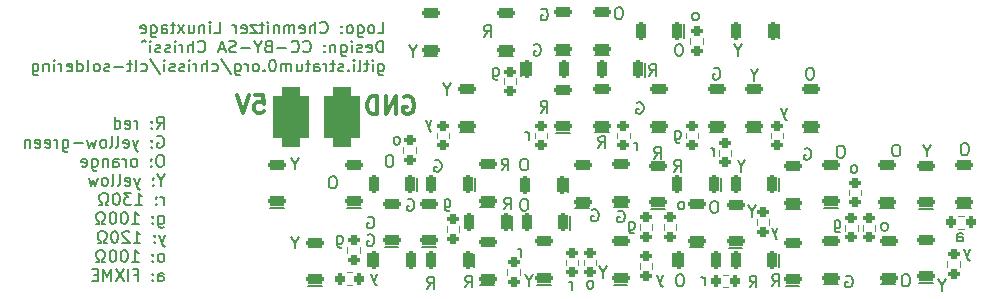
<source format=gbr>
%TF.GenerationSoftware,KiCad,Pcbnew,6.0.0-rc1-unknown-65cbf2d2b7~144~ubuntu18.04.1*%
%TF.CreationDate,2022-01-27T22:01:49+01:00*%
%TF.ProjectId,voll_verteilt,766f6c6c-5f76-4657-9274-65696c742e6b,rev?*%
%TF.SameCoordinates,PX52f83c0PY660b0c0*%
%TF.FileFunction,Legend,Bot*%
%TF.FilePolarity,Positive*%
%FSLAX46Y46*%
G04 Gerber Fmt 4.6, Leading zero omitted, Abs format (unit mm)*
G04 Created by KiCad (PCBNEW 6.0.0-rc1-unknown-65cbf2d2b7~144~ubuntu18.04.1) date 2022-01-27 22:01:49*
%MOMM*%
%LPD*%
G01*
G04 APERTURE LIST*
G04 Aperture macros list*
%AMRoundRect*
0 Rectangle with rounded corners*
0 $1 Rounding radius*
0 $2 $3 $4 $5 $6 $7 $8 $9 X,Y pos of 4 corners*
0 Add a 4 corners polygon primitive as box body*
4,1,4,$2,$3,$4,$5,$6,$7,$8,$9,$2,$3,0*
0 Add four circle primitives for the rounded corners*
1,1,$1+$1,$2,$3*
1,1,$1+$1,$4,$5*
1,1,$1+$1,$6,$7*
1,1,$1+$1,$8,$9*
0 Add four rect primitives between the rounded corners*
20,1,$1+$1,$2,$3,$4,$5,0*
20,1,$1+$1,$4,$5,$6,$7,0*
20,1,$1+$1,$6,$7,$8,$9,0*
20,1,$1+$1,$8,$9,$2,$3,0*%
G04 Aperture macros list end*
%ADD10C,0.300000*%
%ADD11C,0.150000*%
%ADD12C,0.120000*%
%ADD13C,0.200000*%
%ADD14RoundRect,0.750000X0.750000X-1.750000X0.750000X1.750000X-0.750000X1.750000X-0.750000X-1.750000X0*%
%ADD15RoundRect,0.200000X0.275000X-0.200000X0.275000X0.200000X-0.275000X0.200000X-0.275000X-0.200000X0*%
%ADD16RoundRect,0.200000X-0.275000X0.200000X-0.275000X-0.200000X0.275000X-0.200000X0.275000X0.200000X0*%
%ADD17C,0.100000*%
%ADD18RoundRect,0.200000X0.200000X-0.600000X0.200000X0.600000X-0.200000X0.600000X-0.200000X-0.600000X0*%
%ADD19RoundRect,0.200000X-0.600000X-0.200000X0.600000X-0.200000X0.600000X0.200000X-0.600000X0.200000X0*%
%ADD20RoundRect,0.200000X-0.200000X0.600000X-0.200000X-0.600000X0.200000X-0.600000X0.200000X0.600000X0*%
%ADD21RoundRect,0.200000X-0.200000X-0.275000X0.200000X-0.275000X0.200000X0.275000X-0.200000X0.275000X0*%
%ADD22RoundRect,0.200000X0.200000X0.275000X-0.200000X0.275000X-0.200000X-0.275000X0.200000X-0.275000X0*%
G04 APERTURE END LIST*
D10*
X20685714Y16821429D02*
X21400000Y16821429D01*
X21471428Y16107143D01*
X21400000Y16178572D01*
X21257142Y16250000D01*
X20900000Y16250000D01*
X20757142Y16178572D01*
X20685714Y16107143D01*
X20614285Y15964286D01*
X20614285Y15607143D01*
X20685714Y15464286D01*
X20757142Y15392858D01*
X20900000Y15321429D01*
X21257142Y15321429D01*
X21400000Y15392858D01*
X21471428Y15464286D01*
X20185714Y16821429D02*
X19685714Y15321429D01*
X19185714Y16821429D01*
X33342857Y16650000D02*
X33485714Y16721429D01*
X33700000Y16721429D01*
X33914285Y16650000D01*
X34057142Y16507143D01*
X34128571Y16364286D01*
X34200000Y16078572D01*
X34200000Y15864286D01*
X34128571Y15578572D01*
X34057142Y15435715D01*
X33914285Y15292858D01*
X33700000Y15221429D01*
X33557142Y15221429D01*
X33342857Y15292858D01*
X33271428Y15364286D01*
X33271428Y15864286D01*
X33557142Y15864286D01*
X32628571Y15221429D02*
X32628571Y16721429D01*
X31771428Y15221429D01*
X31771428Y16721429D01*
X31057142Y15221429D02*
X31057142Y16721429D01*
X30700000Y16721429D01*
X30485714Y16650000D01*
X30342857Y16507143D01*
X30271428Y16364286D01*
X30200000Y16078572D01*
X30200000Y15864286D01*
X30271428Y15578572D01*
X30342857Y15435715D01*
X30485714Y15292858D01*
X30700000Y15221429D01*
X31057142Y15221429D01*
D11*
X31088214Y22057620D02*
X31564404Y22057620D01*
X31564404Y23057620D01*
X30612023Y22057620D02*
X30707261Y22105239D01*
X30754880Y22152858D01*
X30802500Y22248096D01*
X30802500Y22533810D01*
X30754880Y22629048D01*
X30707261Y22676667D01*
X30612023Y22724286D01*
X30469166Y22724286D01*
X30373928Y22676667D01*
X30326309Y22629048D01*
X30278690Y22533810D01*
X30278690Y22248096D01*
X30326309Y22152858D01*
X30373928Y22105239D01*
X30469166Y22057620D01*
X30612023Y22057620D01*
X29421547Y22724286D02*
X29421547Y21914762D01*
X29469166Y21819524D01*
X29516785Y21771905D01*
X29612023Y21724286D01*
X29754880Y21724286D01*
X29850119Y21771905D01*
X29421547Y22105239D02*
X29516785Y22057620D01*
X29707261Y22057620D01*
X29802500Y22105239D01*
X29850119Y22152858D01*
X29897738Y22248096D01*
X29897738Y22533810D01*
X29850119Y22629048D01*
X29802500Y22676667D01*
X29707261Y22724286D01*
X29516785Y22724286D01*
X29421547Y22676667D01*
X28802500Y22057620D02*
X28897738Y22105239D01*
X28945357Y22152858D01*
X28992976Y22248096D01*
X28992976Y22533810D01*
X28945357Y22629048D01*
X28897738Y22676667D01*
X28802500Y22724286D01*
X28659642Y22724286D01*
X28564404Y22676667D01*
X28516785Y22629048D01*
X28469166Y22533810D01*
X28469166Y22248096D01*
X28516785Y22152858D01*
X28564404Y22105239D01*
X28659642Y22057620D01*
X28802500Y22057620D01*
X28040595Y22152858D02*
X27992976Y22105239D01*
X28040595Y22057620D01*
X28088214Y22105239D01*
X28040595Y22152858D01*
X28040595Y22057620D01*
X28040595Y22676667D02*
X27992976Y22629048D01*
X28040595Y22581429D01*
X28088214Y22629048D01*
X28040595Y22676667D01*
X28040595Y22581429D01*
X26231071Y22152858D02*
X26278690Y22105239D01*
X26421547Y22057620D01*
X26516785Y22057620D01*
X26659642Y22105239D01*
X26754880Y22200477D01*
X26802500Y22295715D01*
X26850119Y22486191D01*
X26850119Y22629048D01*
X26802500Y22819524D01*
X26754880Y22914762D01*
X26659642Y23010000D01*
X26516785Y23057620D01*
X26421547Y23057620D01*
X26278690Y23010000D01*
X26231071Y22962381D01*
X25802500Y22057620D02*
X25802500Y23057620D01*
X25373928Y22057620D02*
X25373928Y22581429D01*
X25421547Y22676667D01*
X25516785Y22724286D01*
X25659642Y22724286D01*
X25754880Y22676667D01*
X25802500Y22629048D01*
X24516785Y22105239D02*
X24612023Y22057620D01*
X24802500Y22057620D01*
X24897738Y22105239D01*
X24945357Y22200477D01*
X24945357Y22581429D01*
X24897738Y22676667D01*
X24802500Y22724286D01*
X24612023Y22724286D01*
X24516785Y22676667D01*
X24469166Y22581429D01*
X24469166Y22486191D01*
X24945357Y22390953D01*
X24040595Y22057620D02*
X24040595Y22724286D01*
X24040595Y22629048D02*
X23992976Y22676667D01*
X23897738Y22724286D01*
X23754880Y22724286D01*
X23659642Y22676667D01*
X23612023Y22581429D01*
X23612023Y22057620D01*
X23612023Y22581429D02*
X23564404Y22676667D01*
X23469166Y22724286D01*
X23326309Y22724286D01*
X23231071Y22676667D01*
X23183452Y22581429D01*
X23183452Y22057620D01*
X22707261Y22724286D02*
X22707261Y22057620D01*
X22707261Y22629048D02*
X22659642Y22676667D01*
X22564404Y22724286D01*
X22421547Y22724286D01*
X22326309Y22676667D01*
X22278690Y22581429D01*
X22278690Y22057620D01*
X21802500Y22057620D02*
X21802500Y22724286D01*
X21802500Y23057620D02*
X21850119Y23010000D01*
X21802500Y22962381D01*
X21754880Y23010000D01*
X21802500Y23057620D01*
X21802500Y22962381D01*
X21469166Y22724286D02*
X21088214Y22724286D01*
X21326309Y23057620D02*
X21326309Y22200477D01*
X21278690Y22105239D01*
X21183452Y22057620D01*
X21088214Y22057620D01*
X20850119Y22724286D02*
X20326309Y22724286D01*
X20850119Y22057620D01*
X20326309Y22057620D01*
X19564404Y22105239D02*
X19659642Y22057620D01*
X19850119Y22057620D01*
X19945357Y22105239D01*
X19992976Y22200477D01*
X19992976Y22581429D01*
X19945357Y22676667D01*
X19850119Y22724286D01*
X19659642Y22724286D01*
X19564404Y22676667D01*
X19516785Y22581429D01*
X19516785Y22486191D01*
X19992976Y22390953D01*
X19088214Y22057620D02*
X19088214Y22724286D01*
X19088214Y22533810D02*
X19040595Y22629048D01*
X18992976Y22676667D01*
X18897738Y22724286D01*
X18802500Y22724286D01*
X17231071Y22057620D02*
X17707261Y22057620D01*
X17707261Y23057620D01*
X16897738Y22057620D02*
X16897738Y22724286D01*
X16897738Y23057620D02*
X16945357Y23010000D01*
X16897738Y22962381D01*
X16850119Y23010000D01*
X16897738Y23057620D01*
X16897738Y22962381D01*
X16421547Y22724286D02*
X16421547Y22057620D01*
X16421547Y22629048D02*
X16373928Y22676667D01*
X16278690Y22724286D01*
X16135833Y22724286D01*
X16040595Y22676667D01*
X15992976Y22581429D01*
X15992976Y22057620D01*
X15088214Y22724286D02*
X15088214Y22057620D01*
X15516785Y22724286D02*
X15516785Y22200477D01*
X15469166Y22105239D01*
X15373928Y22057620D01*
X15231071Y22057620D01*
X15135833Y22105239D01*
X15088214Y22152858D01*
X14707261Y22057620D02*
X14183452Y22724286D01*
X14707261Y22724286D02*
X14183452Y22057620D01*
X13945357Y22724286D02*
X13564404Y22724286D01*
X13802500Y23057620D02*
X13802500Y22200477D01*
X13754880Y22105239D01*
X13659642Y22057620D01*
X13564404Y22057620D01*
X12802500Y22057620D02*
X12802500Y22581429D01*
X12850119Y22676667D01*
X12945357Y22724286D01*
X13135833Y22724286D01*
X13231071Y22676667D01*
X12802500Y22105239D02*
X12897738Y22057620D01*
X13135833Y22057620D01*
X13231071Y22105239D01*
X13278690Y22200477D01*
X13278690Y22295715D01*
X13231071Y22390953D01*
X13135833Y22438572D01*
X12897738Y22438572D01*
X12802500Y22486191D01*
X11897738Y22724286D02*
X11897738Y21914762D01*
X11945357Y21819524D01*
X11992976Y21771905D01*
X12088214Y21724286D01*
X12231071Y21724286D01*
X12326309Y21771905D01*
X11897738Y22105239D02*
X11992976Y22057620D01*
X12183452Y22057620D01*
X12278690Y22105239D01*
X12326309Y22152858D01*
X12373928Y22248096D01*
X12373928Y22533810D01*
X12326309Y22629048D01*
X12278690Y22676667D01*
X12183452Y22724286D01*
X11992976Y22724286D01*
X11897738Y22676667D01*
X11040595Y22105239D02*
X11135833Y22057620D01*
X11326309Y22057620D01*
X11421547Y22105239D01*
X11469166Y22200477D01*
X11469166Y22581429D01*
X11421547Y22676667D01*
X11326309Y22724286D01*
X11135833Y22724286D01*
X11040595Y22676667D01*
X10992976Y22581429D01*
X10992976Y22486191D01*
X11469166Y22390953D01*
X31564404Y20447620D02*
X31564404Y21447620D01*
X31326309Y21447620D01*
X31183452Y21400000D01*
X31088214Y21304762D01*
X31040595Y21209524D01*
X30992976Y21019048D01*
X30992976Y20876191D01*
X31040595Y20685715D01*
X31088214Y20590477D01*
X31183452Y20495239D01*
X31326309Y20447620D01*
X31564404Y20447620D01*
X30183452Y20495239D02*
X30278690Y20447620D01*
X30469166Y20447620D01*
X30564404Y20495239D01*
X30612023Y20590477D01*
X30612023Y20971429D01*
X30564404Y21066667D01*
X30469166Y21114286D01*
X30278690Y21114286D01*
X30183452Y21066667D01*
X30135833Y20971429D01*
X30135833Y20876191D01*
X30612023Y20780953D01*
X29754880Y20495239D02*
X29659642Y20447620D01*
X29469166Y20447620D01*
X29373928Y20495239D01*
X29326309Y20590477D01*
X29326309Y20638096D01*
X29373928Y20733334D01*
X29469166Y20780953D01*
X29612023Y20780953D01*
X29707261Y20828572D01*
X29754880Y20923810D01*
X29754880Y20971429D01*
X29707261Y21066667D01*
X29612023Y21114286D01*
X29469166Y21114286D01*
X29373928Y21066667D01*
X28897738Y20447620D02*
X28897738Y21114286D01*
X28897738Y21447620D02*
X28945357Y21400000D01*
X28897738Y21352381D01*
X28850119Y21400000D01*
X28897738Y21447620D01*
X28897738Y21352381D01*
X27992976Y21114286D02*
X27992976Y20304762D01*
X28040595Y20209524D01*
X28088214Y20161905D01*
X28183452Y20114286D01*
X28326309Y20114286D01*
X28421547Y20161905D01*
X27992976Y20495239D02*
X28088214Y20447620D01*
X28278690Y20447620D01*
X28373928Y20495239D01*
X28421547Y20542858D01*
X28469166Y20638096D01*
X28469166Y20923810D01*
X28421547Y21019048D01*
X28373928Y21066667D01*
X28278690Y21114286D01*
X28088214Y21114286D01*
X27992976Y21066667D01*
X27516785Y21114286D02*
X27516785Y20447620D01*
X27516785Y21019048D02*
X27469166Y21066667D01*
X27373928Y21114286D01*
X27231071Y21114286D01*
X27135833Y21066667D01*
X27088214Y20971429D01*
X27088214Y20447620D01*
X26612023Y20542858D02*
X26564404Y20495239D01*
X26612023Y20447620D01*
X26659642Y20495239D01*
X26612023Y20542858D01*
X26612023Y20447620D01*
X26612023Y21066667D02*
X26564404Y21019048D01*
X26612023Y20971429D01*
X26659642Y21019048D01*
X26612023Y21066667D01*
X26612023Y20971429D01*
X24802500Y20542858D02*
X24850119Y20495239D01*
X24992976Y20447620D01*
X25088214Y20447620D01*
X25231071Y20495239D01*
X25326309Y20590477D01*
X25373928Y20685715D01*
X25421547Y20876191D01*
X25421547Y21019048D01*
X25373928Y21209524D01*
X25326309Y21304762D01*
X25231071Y21400000D01*
X25088214Y21447620D01*
X24992976Y21447620D01*
X24850119Y21400000D01*
X24802500Y21352381D01*
X23802500Y20542858D02*
X23850119Y20495239D01*
X23992976Y20447620D01*
X24088214Y20447620D01*
X24231071Y20495239D01*
X24326309Y20590477D01*
X24373928Y20685715D01*
X24421547Y20876191D01*
X24421547Y21019048D01*
X24373928Y21209524D01*
X24326309Y21304762D01*
X24231071Y21400000D01*
X24088214Y21447620D01*
X23992976Y21447620D01*
X23850119Y21400000D01*
X23802500Y21352381D01*
X23373928Y20828572D02*
X22612023Y20828572D01*
X21802500Y20971429D02*
X21659642Y20923810D01*
X21612023Y20876191D01*
X21564404Y20780953D01*
X21564404Y20638096D01*
X21612023Y20542858D01*
X21659642Y20495239D01*
X21754880Y20447620D01*
X22135833Y20447620D01*
X22135833Y21447620D01*
X21802500Y21447620D01*
X21707261Y21400000D01*
X21659642Y21352381D01*
X21612023Y21257143D01*
X21612023Y21161905D01*
X21659642Y21066667D01*
X21707261Y21019048D01*
X21802500Y20971429D01*
X22135833Y20971429D01*
X20945357Y20923810D02*
X20945357Y20447620D01*
X21278690Y21447620D02*
X20945357Y20923810D01*
X20612023Y21447620D01*
X20278690Y20828572D02*
X19516785Y20828572D01*
X19088214Y20495239D02*
X18945357Y20447620D01*
X18707261Y20447620D01*
X18612023Y20495239D01*
X18564404Y20542858D01*
X18516785Y20638096D01*
X18516785Y20733334D01*
X18564404Y20828572D01*
X18612023Y20876191D01*
X18707261Y20923810D01*
X18897738Y20971429D01*
X18992976Y21019048D01*
X19040595Y21066667D01*
X19088214Y21161905D01*
X19088214Y21257143D01*
X19040595Y21352381D01*
X18992976Y21400000D01*
X18897738Y21447620D01*
X18659642Y21447620D01*
X18516785Y21400000D01*
X18135833Y20733334D02*
X17659642Y20733334D01*
X18231071Y20447620D02*
X17897738Y21447620D01*
X17564404Y20447620D01*
X15897738Y20542858D02*
X15945357Y20495239D01*
X16088214Y20447620D01*
X16183452Y20447620D01*
X16326309Y20495239D01*
X16421547Y20590477D01*
X16469166Y20685715D01*
X16516785Y20876191D01*
X16516785Y21019048D01*
X16469166Y21209524D01*
X16421547Y21304762D01*
X16326309Y21400000D01*
X16183452Y21447620D01*
X16088214Y21447620D01*
X15945357Y21400000D01*
X15897738Y21352381D01*
X15469166Y20447620D02*
X15469166Y21447620D01*
X15040595Y20447620D02*
X15040595Y20971429D01*
X15088214Y21066667D01*
X15183452Y21114286D01*
X15326309Y21114286D01*
X15421547Y21066667D01*
X15469166Y21019048D01*
X14564404Y20447620D02*
X14564404Y21114286D01*
X14564404Y20923810D02*
X14516785Y21019048D01*
X14469166Y21066667D01*
X14373928Y21114286D01*
X14278690Y21114286D01*
X13945357Y20447620D02*
X13945357Y21114286D01*
X13945357Y21447620D02*
X13992976Y21400000D01*
X13945357Y21352381D01*
X13897738Y21400000D01*
X13945357Y21447620D01*
X13945357Y21352381D01*
X13516785Y20495239D02*
X13421547Y20447620D01*
X13231071Y20447620D01*
X13135833Y20495239D01*
X13088214Y20590477D01*
X13088214Y20638096D01*
X13135833Y20733334D01*
X13231071Y20780953D01*
X13373928Y20780953D01*
X13469166Y20828572D01*
X13516785Y20923810D01*
X13516785Y20971429D01*
X13469166Y21066667D01*
X13373928Y21114286D01*
X13231071Y21114286D01*
X13135833Y21066667D01*
X12707261Y20495239D02*
X12612023Y20447620D01*
X12421547Y20447620D01*
X12326309Y20495239D01*
X12278690Y20590477D01*
X12278690Y20638096D01*
X12326309Y20733334D01*
X12421547Y20780953D01*
X12564404Y20780953D01*
X12659642Y20828572D01*
X12707261Y20923810D01*
X12707261Y20971429D01*
X12659642Y21066667D01*
X12564404Y21114286D01*
X12421547Y21114286D01*
X12326309Y21066667D01*
X11850119Y20447620D02*
X11850119Y21114286D01*
X11850119Y21447620D02*
X11897738Y21400000D01*
X11850119Y21352381D01*
X11802500Y21400000D01*
X11850119Y21447620D01*
X11850119Y21352381D01*
X11516785Y21352381D02*
X11326309Y21495239D01*
X11135833Y21352381D01*
X31135833Y19504286D02*
X31135833Y18694762D01*
X31183452Y18599524D01*
X31231071Y18551905D01*
X31326309Y18504286D01*
X31469166Y18504286D01*
X31564404Y18551905D01*
X31135833Y18885239D02*
X31231071Y18837620D01*
X31421547Y18837620D01*
X31516785Y18885239D01*
X31564404Y18932858D01*
X31612023Y19028096D01*
X31612023Y19313810D01*
X31564404Y19409048D01*
X31516785Y19456667D01*
X31421547Y19504286D01*
X31231071Y19504286D01*
X31135833Y19456667D01*
X30659642Y18837620D02*
X30659642Y19504286D01*
X30659642Y19837620D02*
X30707261Y19790000D01*
X30659642Y19742381D01*
X30612023Y19790000D01*
X30659642Y19837620D01*
X30659642Y19742381D01*
X30326309Y19504286D02*
X29945357Y19504286D01*
X30183452Y19837620D02*
X30183452Y18980477D01*
X30135833Y18885239D01*
X30040595Y18837620D01*
X29945357Y18837620D01*
X29469166Y18837620D02*
X29564404Y18885239D01*
X29612023Y18980477D01*
X29612023Y19837620D01*
X29088214Y18837620D02*
X29088214Y19504286D01*
X29088214Y19837620D02*
X29135833Y19790000D01*
X29088214Y19742381D01*
X29040595Y19790000D01*
X29088214Y19837620D01*
X29088214Y19742381D01*
X28612023Y18932858D02*
X28564404Y18885239D01*
X28612023Y18837620D01*
X28659642Y18885239D01*
X28612023Y18932858D01*
X28612023Y18837620D01*
X28183452Y18885239D02*
X28088214Y18837620D01*
X27897738Y18837620D01*
X27802500Y18885239D01*
X27754880Y18980477D01*
X27754880Y19028096D01*
X27802500Y19123334D01*
X27897738Y19170953D01*
X28040595Y19170953D01*
X28135833Y19218572D01*
X28183452Y19313810D01*
X28183452Y19361429D01*
X28135833Y19456667D01*
X28040595Y19504286D01*
X27897738Y19504286D01*
X27802500Y19456667D01*
X27469166Y19504286D02*
X27088214Y19504286D01*
X27326309Y19837620D02*
X27326309Y18980477D01*
X27278690Y18885239D01*
X27183452Y18837620D01*
X27088214Y18837620D01*
X26754880Y18837620D02*
X26754880Y19504286D01*
X26754880Y19313810D02*
X26707261Y19409048D01*
X26659642Y19456667D01*
X26564404Y19504286D01*
X26469166Y19504286D01*
X25707261Y18837620D02*
X25707261Y19361429D01*
X25754880Y19456667D01*
X25850119Y19504286D01*
X26040595Y19504286D01*
X26135833Y19456667D01*
X25707261Y18885239D02*
X25802500Y18837620D01*
X26040595Y18837620D01*
X26135833Y18885239D01*
X26183452Y18980477D01*
X26183452Y19075715D01*
X26135833Y19170953D01*
X26040595Y19218572D01*
X25802500Y19218572D01*
X25707261Y19266191D01*
X25373928Y19504286D02*
X24992976Y19504286D01*
X25231071Y19837620D02*
X25231071Y18980477D01*
X25183452Y18885239D01*
X25088214Y18837620D01*
X24992976Y18837620D01*
X24231071Y19504286D02*
X24231071Y18837620D01*
X24659642Y19504286D02*
X24659642Y18980477D01*
X24612023Y18885239D01*
X24516785Y18837620D01*
X24373928Y18837620D01*
X24278690Y18885239D01*
X24231071Y18932858D01*
X23754880Y18837620D02*
X23754880Y19504286D01*
X23754880Y19409048D02*
X23707261Y19456667D01*
X23612023Y19504286D01*
X23469166Y19504286D01*
X23373928Y19456667D01*
X23326309Y19361429D01*
X23326309Y18837620D01*
X23326309Y19361429D02*
X23278690Y19456667D01*
X23183452Y19504286D01*
X23040595Y19504286D01*
X22945357Y19456667D01*
X22897738Y19361429D01*
X22897738Y18837620D01*
X22231071Y19837620D02*
X22135833Y19837620D01*
X22040595Y19790000D01*
X21992976Y19742381D01*
X21945357Y19647143D01*
X21897738Y19456667D01*
X21897738Y19218572D01*
X21945357Y19028096D01*
X21992976Y18932858D01*
X22040595Y18885239D01*
X22135833Y18837620D01*
X22231071Y18837620D01*
X22326309Y18885239D01*
X22373928Y18932858D01*
X22421547Y19028096D01*
X22469166Y19218572D01*
X22469166Y19456667D01*
X22421547Y19647143D01*
X22373928Y19742381D01*
X22326309Y19790000D01*
X22231071Y19837620D01*
X21469166Y18932858D02*
X21421547Y18885239D01*
X21469166Y18837620D01*
X21516785Y18885239D01*
X21469166Y18932858D01*
X21469166Y18837620D01*
X20850119Y18837620D02*
X20945357Y18885239D01*
X20992976Y18932858D01*
X21040595Y19028096D01*
X21040595Y19313810D01*
X20992976Y19409048D01*
X20945357Y19456667D01*
X20850119Y19504286D01*
X20707261Y19504286D01*
X20612023Y19456667D01*
X20564404Y19409048D01*
X20516785Y19313810D01*
X20516785Y19028096D01*
X20564404Y18932858D01*
X20612023Y18885239D01*
X20707261Y18837620D01*
X20850119Y18837620D01*
X20088214Y18837620D02*
X20088214Y19504286D01*
X20088214Y19313810D02*
X20040595Y19409048D01*
X19992976Y19456667D01*
X19897738Y19504286D01*
X19802500Y19504286D01*
X19040595Y19504286D02*
X19040595Y18694762D01*
X19088214Y18599524D01*
X19135833Y18551905D01*
X19231071Y18504286D01*
X19373928Y18504286D01*
X19469166Y18551905D01*
X19040595Y18885239D02*
X19135833Y18837620D01*
X19326309Y18837620D01*
X19421547Y18885239D01*
X19469166Y18932858D01*
X19516785Y19028096D01*
X19516785Y19313810D01*
X19469166Y19409048D01*
X19421547Y19456667D01*
X19326309Y19504286D01*
X19135833Y19504286D01*
X19040595Y19456667D01*
X17850119Y19885239D02*
X18707261Y18599524D01*
X17088214Y18885239D02*
X17183452Y18837620D01*
X17373928Y18837620D01*
X17469166Y18885239D01*
X17516785Y18932858D01*
X17564404Y19028096D01*
X17564404Y19313810D01*
X17516785Y19409048D01*
X17469166Y19456667D01*
X17373928Y19504286D01*
X17183452Y19504286D01*
X17088214Y19456667D01*
X16659642Y18837620D02*
X16659642Y19837620D01*
X16231071Y18837620D02*
X16231071Y19361429D01*
X16278690Y19456667D01*
X16373928Y19504286D01*
X16516785Y19504286D01*
X16612023Y19456667D01*
X16659642Y19409048D01*
X15754880Y18837620D02*
X15754880Y19504286D01*
X15754880Y19313810D02*
X15707261Y19409048D01*
X15659642Y19456667D01*
X15564404Y19504286D01*
X15469166Y19504286D01*
X15135833Y18837620D02*
X15135833Y19504286D01*
X15135833Y19837620D02*
X15183452Y19790000D01*
X15135833Y19742381D01*
X15088214Y19790000D01*
X15135833Y19837620D01*
X15135833Y19742381D01*
X14707261Y18885239D02*
X14612023Y18837620D01*
X14421547Y18837620D01*
X14326309Y18885239D01*
X14278690Y18980477D01*
X14278690Y19028096D01*
X14326309Y19123334D01*
X14421547Y19170953D01*
X14564404Y19170953D01*
X14659642Y19218572D01*
X14707261Y19313810D01*
X14707261Y19361429D01*
X14659642Y19456667D01*
X14564404Y19504286D01*
X14421547Y19504286D01*
X14326309Y19456667D01*
X13897738Y18885239D02*
X13802500Y18837620D01*
X13612023Y18837620D01*
X13516785Y18885239D01*
X13469166Y18980477D01*
X13469166Y19028096D01*
X13516785Y19123334D01*
X13612023Y19170953D01*
X13754880Y19170953D01*
X13850119Y19218572D01*
X13897738Y19313810D01*
X13897738Y19361429D01*
X13850119Y19456667D01*
X13754880Y19504286D01*
X13612023Y19504286D01*
X13516785Y19456667D01*
X13040595Y18837620D02*
X13040595Y19504286D01*
X13040595Y19837620D02*
X13088214Y19790000D01*
X13040595Y19742381D01*
X12992976Y19790000D01*
X13040595Y19837620D01*
X13040595Y19742381D01*
X11850119Y19885239D02*
X12707261Y18599524D01*
X11088214Y18885239D02*
X11183452Y18837620D01*
X11373928Y18837620D01*
X11469166Y18885239D01*
X11516785Y18932858D01*
X11564404Y19028096D01*
X11564404Y19313810D01*
X11516785Y19409048D01*
X11469166Y19456667D01*
X11373928Y19504286D01*
X11183452Y19504286D01*
X11088214Y19456667D01*
X10516785Y18837620D02*
X10612023Y18885239D01*
X10659642Y18980477D01*
X10659642Y19837620D01*
X10278690Y19504286D02*
X9897738Y19504286D01*
X10135833Y19837620D02*
X10135833Y18980477D01*
X10088214Y18885239D01*
X9992976Y18837620D01*
X9897738Y18837620D01*
X9564404Y19218572D02*
X8802500Y19218572D01*
X8373928Y18885239D02*
X8278690Y18837620D01*
X8088214Y18837620D01*
X7992976Y18885239D01*
X7945357Y18980477D01*
X7945357Y19028096D01*
X7992976Y19123334D01*
X8088214Y19170953D01*
X8231071Y19170953D01*
X8326309Y19218572D01*
X8373928Y19313810D01*
X8373928Y19361429D01*
X8326309Y19456667D01*
X8231071Y19504286D01*
X8088214Y19504286D01*
X7992976Y19456667D01*
X7373928Y18837620D02*
X7469166Y18885239D01*
X7516785Y18932858D01*
X7564404Y19028096D01*
X7564404Y19313810D01*
X7516785Y19409048D01*
X7469166Y19456667D01*
X7373928Y19504286D01*
X7231071Y19504286D01*
X7135833Y19456667D01*
X7088214Y19409048D01*
X7040595Y19313810D01*
X7040595Y19028096D01*
X7088214Y18932858D01*
X7135833Y18885239D01*
X7231071Y18837620D01*
X7373928Y18837620D01*
X6469166Y18837620D02*
X6564404Y18885239D01*
X6612023Y18980477D01*
X6612023Y19837620D01*
X5659642Y18837620D02*
X5659642Y19837620D01*
X5659642Y18885239D02*
X5754880Y18837620D01*
X5945357Y18837620D01*
X6040595Y18885239D01*
X6088214Y18932858D01*
X6135833Y19028096D01*
X6135833Y19313810D01*
X6088214Y19409048D01*
X6040595Y19456667D01*
X5945357Y19504286D01*
X5754880Y19504286D01*
X5659642Y19456667D01*
X4802500Y18885239D02*
X4897738Y18837620D01*
X5088214Y18837620D01*
X5183452Y18885239D01*
X5231071Y18980477D01*
X5231071Y19361429D01*
X5183452Y19456667D01*
X5088214Y19504286D01*
X4897738Y19504286D01*
X4802500Y19456667D01*
X4754880Y19361429D01*
X4754880Y19266191D01*
X5231071Y19170953D01*
X4326309Y18837620D02*
X4326309Y19504286D01*
X4326309Y19313810D02*
X4278690Y19409048D01*
X4231071Y19456667D01*
X4135833Y19504286D01*
X4040595Y19504286D01*
X3707261Y18837620D02*
X3707261Y19504286D01*
X3707261Y19837620D02*
X3754880Y19790000D01*
X3707261Y19742381D01*
X3659642Y19790000D01*
X3707261Y19837620D01*
X3707261Y19742381D01*
X3231071Y19504286D02*
X3231071Y18837620D01*
X3231071Y19409048D02*
X3183452Y19456667D01*
X3088214Y19504286D01*
X2945357Y19504286D01*
X2850119Y19456667D01*
X2802500Y19361429D01*
X2802500Y18837620D01*
X1897738Y19504286D02*
X1897738Y18694762D01*
X1945357Y18599524D01*
X1992976Y18551905D01*
X2088214Y18504286D01*
X2231071Y18504286D01*
X2326309Y18551905D01*
X1897738Y18885239D02*
X1992976Y18837620D01*
X2183452Y18837620D01*
X2278690Y18885239D01*
X2326309Y18932858D01*
X2373928Y19028096D01*
X2373928Y19313810D01*
X2326309Y19409048D01*
X2278690Y19456667D01*
X2183452Y19504286D01*
X1992976Y19504286D01*
X1897738Y19456667D01*
X80185714Y4447620D02*
X80185714Y4971429D01*
X80233333Y5066667D01*
X80328571Y5114286D01*
X80519047Y5114286D01*
X80614285Y5066667D01*
X80185714Y4495239D02*
X80280952Y4447620D01*
X80519047Y4447620D01*
X80614285Y4495239D01*
X80661904Y4590477D01*
X80661904Y4685715D01*
X80614285Y4780953D01*
X80519047Y4828572D01*
X80280952Y4828572D01*
X80185714Y4876191D01*
X32771428Y12647620D02*
X32866666Y12695239D01*
X32914285Y12742858D01*
X32961904Y12838096D01*
X32961904Y13123810D01*
X32914285Y13219048D01*
X32866666Y13266667D01*
X32771428Y13314286D01*
X32628571Y13314286D01*
X32533333Y13266667D01*
X32485714Y13219048D01*
X32438095Y13123810D01*
X32438095Y12838096D01*
X32485714Y12742858D01*
X32533333Y12695239D01*
X32628571Y12647620D01*
X32771428Y12647620D01*
X58071428Y23147620D02*
X58166666Y23195239D01*
X58214285Y23242858D01*
X58261904Y23338096D01*
X58261904Y23623810D01*
X58214285Y23719048D01*
X58166666Y23766667D01*
X58071428Y23814286D01*
X57928571Y23814286D01*
X57833333Y23766667D01*
X57785714Y23719048D01*
X57738095Y23623810D01*
X57738095Y23338096D01*
X57785714Y23242858D01*
X57833333Y23195239D01*
X57928571Y23147620D01*
X58071428Y23147620D01*
X49171428Y447620D02*
X49266666Y495239D01*
X49314285Y542858D01*
X49361904Y638096D01*
X49361904Y923810D01*
X49314285Y1019048D01*
X49266666Y1066667D01*
X49171428Y1114286D01*
X49028571Y1114286D01*
X48933333Y1066667D01*
X48885714Y1019048D01*
X48838095Y923810D01*
X48838095Y638096D01*
X48885714Y542858D01*
X48933333Y495239D01*
X49028571Y447620D01*
X49171428Y447620D01*
X71471428Y10247620D02*
X71566666Y10295239D01*
X71614285Y10342858D01*
X71661904Y10438096D01*
X71661904Y10723810D01*
X71614285Y10819048D01*
X71566666Y10866667D01*
X71471428Y10914286D01*
X71328571Y10914286D01*
X71233333Y10866667D01*
X71185714Y10819048D01*
X71138095Y10723810D01*
X71138095Y10438096D01*
X71185714Y10342858D01*
X71233333Y10295239D01*
X71328571Y10247620D01*
X71471428Y10247620D01*
X74071428Y5347620D02*
X74166666Y5395239D01*
X74214285Y5442858D01*
X74261904Y5538096D01*
X74261904Y5823810D01*
X74214285Y5919048D01*
X74166666Y5966667D01*
X74071428Y6014286D01*
X73928571Y6014286D01*
X73833333Y5966667D01*
X73785714Y5919048D01*
X73738095Y5823810D01*
X73738095Y5538096D01*
X73785714Y5442858D01*
X73833333Y5395239D01*
X73928571Y5347620D01*
X74071428Y5347620D01*
X56871428Y7147620D02*
X56966666Y7195239D01*
X57014285Y7242858D01*
X57061904Y7338096D01*
X57061904Y7623810D01*
X57014285Y7719048D01*
X56966666Y7766667D01*
X56871428Y7814286D01*
X56728571Y7814286D01*
X56633333Y7766667D01*
X56585714Y7719048D01*
X56538095Y7623810D01*
X56538095Y7338096D01*
X56585714Y7242858D01*
X56633333Y7195239D01*
X56728571Y7147620D01*
X56871428Y7147620D01*
X52385714Y6114286D02*
X52385714Y5304762D01*
X52433333Y5209524D01*
X52480952Y5161905D01*
X52576190Y5114286D01*
X52719047Y5114286D01*
X52814285Y5161905D01*
X52385714Y5495239D02*
X52480952Y5447620D01*
X52671428Y5447620D01*
X52766666Y5495239D01*
X52814285Y5542858D01*
X52861904Y5638096D01*
X52861904Y5923810D01*
X52814285Y6019048D01*
X52766666Y6066667D01*
X52671428Y6114286D01*
X52480952Y6114286D01*
X52385714Y6066667D01*
X69785714Y6214286D02*
X69785714Y5404762D01*
X69833333Y5309524D01*
X69880952Y5261905D01*
X69976190Y5214286D01*
X70119047Y5214286D01*
X70214285Y5261905D01*
X69785714Y5595239D02*
X69880952Y5547620D01*
X70071428Y5547620D01*
X70166666Y5595239D01*
X70214285Y5642858D01*
X70261904Y5738096D01*
X70261904Y6023810D01*
X70214285Y6119048D01*
X70166666Y6166667D01*
X70071428Y6214286D01*
X69880952Y6214286D01*
X69785714Y6166667D01*
X36785714Y8014286D02*
X36785714Y7204762D01*
X36833333Y7109524D01*
X36880952Y7061905D01*
X36976190Y7014286D01*
X37119047Y7014286D01*
X37214285Y7061905D01*
X36785714Y7395239D02*
X36880952Y7347620D01*
X37071428Y7347620D01*
X37166666Y7395239D01*
X37214285Y7442858D01*
X37261904Y7538096D01*
X37261904Y7823810D01*
X37214285Y7919048D01*
X37166666Y7966667D01*
X37071428Y8014286D01*
X36880952Y8014286D01*
X36785714Y7966667D01*
X56285714Y13814286D02*
X56285714Y13004762D01*
X56333333Y12909524D01*
X56380952Y12861905D01*
X56476190Y12814286D01*
X56619047Y12814286D01*
X56714285Y12861905D01*
X56285714Y13195239D02*
X56380952Y13147620D01*
X56571428Y13147620D01*
X56666666Y13195239D01*
X56714285Y13242858D01*
X56761904Y13338096D01*
X56761904Y13623810D01*
X56714285Y13719048D01*
X56666666Y13766667D01*
X56571428Y13814286D01*
X56380952Y13814286D01*
X56285714Y13766667D01*
X27685714Y4914286D02*
X27685714Y4104762D01*
X27733333Y4009524D01*
X27780952Y3961905D01*
X27876190Y3914286D01*
X28019047Y3914286D01*
X28114285Y3961905D01*
X27685714Y4295239D02*
X27780952Y4247620D01*
X27971428Y4247620D01*
X28066666Y4295239D01*
X28114285Y4342858D01*
X28161904Y4438096D01*
X28161904Y4723810D01*
X28114285Y4819048D01*
X28066666Y4866667D01*
X27971428Y4914286D01*
X27780952Y4914286D01*
X27685714Y4866667D01*
X40885714Y19114286D02*
X40885714Y18304762D01*
X40933333Y18209524D01*
X40980952Y18161905D01*
X41076190Y18114286D01*
X41219047Y18114286D01*
X41314285Y18161905D01*
X40885714Y18495239D02*
X40980952Y18447620D01*
X41171428Y18447620D01*
X41266666Y18495239D01*
X41314285Y18542858D01*
X41361904Y18638096D01*
X41361904Y18923810D01*
X41314285Y19019048D01*
X41266666Y19066667D01*
X41171428Y19114286D01*
X40980952Y19114286D01*
X40885714Y19066667D01*
X64938095Y5614286D02*
X64700000Y4947620D01*
X64461904Y5614286D02*
X64700000Y4947620D01*
X64795238Y4709524D01*
X64842857Y4661905D01*
X64938095Y4614286D01*
X81238095Y3814286D02*
X81000000Y3147620D01*
X80761904Y3814286D02*
X81000000Y3147620D01*
X81095238Y2909524D01*
X81142857Y2861905D01*
X81238095Y2814286D01*
X31038095Y1714286D02*
X30800000Y1047620D01*
X30561904Y1714286D02*
X30800000Y1047620D01*
X30895238Y809524D01*
X30942857Y761905D01*
X31038095Y714286D01*
X35638095Y14714286D02*
X35400000Y14047620D01*
X35161904Y14714286D02*
X35400000Y14047620D01*
X35495238Y13809524D01*
X35542857Y13761905D01*
X35638095Y13714286D01*
X55238095Y1614286D02*
X55000000Y947620D01*
X54761904Y1614286D02*
X55000000Y947620D01*
X55095238Y709524D01*
X55142857Y661905D01*
X55238095Y614286D01*
X65738095Y15714286D02*
X65500000Y15047620D01*
X65261904Y15714286D02*
X65500000Y15047620D01*
X65595238Y14809524D01*
X65642857Y14761905D01*
X65738095Y14714286D01*
X59571428Y11647620D02*
X59571428Y12314286D01*
X59571428Y12123810D02*
X59523809Y12219048D01*
X59476190Y12266667D01*
X59380952Y12314286D01*
X59285714Y12314286D01*
X58771428Y747620D02*
X58771428Y1414286D01*
X58771428Y1223810D02*
X58723809Y1319048D01*
X58676190Y1366667D01*
X58580952Y1414286D01*
X58485714Y1414286D01*
X43271428Y3147620D02*
X43271428Y3814286D01*
X43271428Y3623810D02*
X43223809Y3719048D01*
X43176190Y3766667D01*
X43080952Y3814286D01*
X42985714Y3814286D01*
X53071428Y12147620D02*
X53071428Y12814286D01*
X53071428Y12623810D02*
X53023809Y12719048D01*
X52976190Y12766667D01*
X52880952Y12814286D01*
X52785714Y12814286D01*
X47571428Y347620D02*
X47571428Y1014286D01*
X47571428Y823810D02*
X47523809Y919048D01*
X47476190Y966667D01*
X47380952Y1014286D01*
X47285714Y1014286D01*
X43871428Y13047620D02*
X43871428Y13714286D01*
X43871428Y13523810D02*
X43823809Y13619048D01*
X43776190Y13666667D01*
X43680952Y13714286D01*
X43585714Y13714286D01*
X12392976Y13987620D02*
X12726309Y14463810D01*
X12964404Y13987620D02*
X12964404Y14987620D01*
X12583452Y14987620D01*
X12488214Y14940000D01*
X12440595Y14892381D01*
X12392976Y14797143D01*
X12392976Y14654286D01*
X12440595Y14559048D01*
X12488214Y14511429D01*
X12583452Y14463810D01*
X12964404Y14463810D01*
X11964404Y14082858D02*
X11916785Y14035239D01*
X11964404Y13987620D01*
X12012023Y14035239D01*
X11964404Y14082858D01*
X11964404Y13987620D01*
X11964404Y14606667D02*
X11916785Y14559048D01*
X11964404Y14511429D01*
X12012023Y14559048D01*
X11964404Y14606667D01*
X11964404Y14511429D01*
X10726309Y13987620D02*
X10726309Y14654286D01*
X10726309Y14463810D02*
X10678690Y14559048D01*
X10631071Y14606667D01*
X10535833Y14654286D01*
X10440595Y14654286D01*
X9726309Y14035239D02*
X9821547Y13987620D01*
X10012023Y13987620D01*
X10107261Y14035239D01*
X10154880Y14130477D01*
X10154880Y14511429D01*
X10107261Y14606667D01*
X10012023Y14654286D01*
X9821547Y14654286D01*
X9726309Y14606667D01*
X9678690Y14511429D01*
X9678690Y14416191D01*
X10154880Y14320953D01*
X8821547Y13987620D02*
X8821547Y14987620D01*
X8821547Y14035239D02*
X8916785Y13987620D01*
X9107261Y13987620D01*
X9202500Y14035239D01*
X9250119Y14082858D01*
X9297738Y14178096D01*
X9297738Y14463810D01*
X9250119Y14559048D01*
X9202500Y14606667D01*
X9107261Y14654286D01*
X8916785Y14654286D01*
X8821547Y14606667D01*
X12440595Y13330000D02*
X12535833Y13377620D01*
X12678690Y13377620D01*
X12821547Y13330000D01*
X12916785Y13234762D01*
X12964404Y13139524D01*
X13012023Y12949048D01*
X13012023Y12806191D01*
X12964404Y12615715D01*
X12916785Y12520477D01*
X12821547Y12425239D01*
X12678690Y12377620D01*
X12583452Y12377620D01*
X12440595Y12425239D01*
X12392976Y12472858D01*
X12392976Y12806191D01*
X12583452Y12806191D01*
X11964404Y12472858D02*
X11916785Y12425239D01*
X11964404Y12377620D01*
X12012023Y12425239D01*
X11964404Y12472858D01*
X11964404Y12377620D01*
X11964404Y12996667D02*
X11916785Y12949048D01*
X11964404Y12901429D01*
X12012023Y12949048D01*
X11964404Y12996667D01*
X11964404Y12901429D01*
X10821547Y13044286D02*
X10583452Y12377620D01*
X10345357Y13044286D02*
X10583452Y12377620D01*
X10678690Y12139524D01*
X10726309Y12091905D01*
X10821547Y12044286D01*
X9583452Y12425239D02*
X9678690Y12377620D01*
X9869166Y12377620D01*
X9964404Y12425239D01*
X10012023Y12520477D01*
X10012023Y12901429D01*
X9964404Y12996667D01*
X9869166Y13044286D01*
X9678690Y13044286D01*
X9583452Y12996667D01*
X9535833Y12901429D01*
X9535833Y12806191D01*
X10012023Y12710953D01*
X8964404Y12377620D02*
X9059642Y12425239D01*
X9107261Y12520477D01*
X9107261Y13377620D01*
X8440595Y12377620D02*
X8535833Y12425239D01*
X8583452Y12520477D01*
X8583452Y13377620D01*
X7916785Y12377620D02*
X8012023Y12425239D01*
X8059642Y12472858D01*
X8107261Y12568096D01*
X8107261Y12853810D01*
X8059642Y12949048D01*
X8012023Y12996667D01*
X7916785Y13044286D01*
X7773928Y13044286D01*
X7678690Y12996667D01*
X7631071Y12949048D01*
X7583452Y12853810D01*
X7583452Y12568096D01*
X7631071Y12472858D01*
X7678690Y12425239D01*
X7773928Y12377620D01*
X7916785Y12377620D01*
X7250119Y13044286D02*
X7059642Y12377620D01*
X6869166Y12853810D01*
X6678690Y12377620D01*
X6488214Y13044286D01*
X6107261Y12758572D02*
X5345357Y12758572D01*
X4440595Y13044286D02*
X4440595Y12234762D01*
X4488214Y12139524D01*
X4535833Y12091905D01*
X4631071Y12044286D01*
X4773928Y12044286D01*
X4869166Y12091905D01*
X4440595Y12425239D02*
X4535833Y12377620D01*
X4726309Y12377620D01*
X4821547Y12425239D01*
X4869166Y12472858D01*
X4916785Y12568096D01*
X4916785Y12853810D01*
X4869166Y12949048D01*
X4821547Y12996667D01*
X4726309Y13044286D01*
X4535833Y13044286D01*
X4440595Y12996667D01*
X3964404Y12377620D02*
X3964404Y13044286D01*
X3964404Y12853810D02*
X3916785Y12949048D01*
X3869166Y12996667D01*
X3773928Y13044286D01*
X3678690Y13044286D01*
X2964404Y12425239D02*
X3059642Y12377620D01*
X3250119Y12377620D01*
X3345357Y12425239D01*
X3392976Y12520477D01*
X3392976Y12901429D01*
X3345357Y12996667D01*
X3250119Y13044286D01*
X3059642Y13044286D01*
X2964404Y12996667D01*
X2916785Y12901429D01*
X2916785Y12806191D01*
X3392976Y12710953D01*
X2107261Y12425239D02*
X2202500Y12377620D01*
X2392976Y12377620D01*
X2488214Y12425239D01*
X2535833Y12520477D01*
X2535833Y12901429D01*
X2488214Y12996667D01*
X2392976Y13044286D01*
X2202500Y13044286D01*
X2107261Y12996667D01*
X2059642Y12901429D01*
X2059642Y12806191D01*
X2535833Y12710953D01*
X1631071Y13044286D02*
X1631071Y12377620D01*
X1631071Y12949048D02*
X1583452Y12996667D01*
X1488214Y13044286D01*
X1345357Y13044286D01*
X1250119Y12996667D01*
X1202500Y12901429D01*
X1202500Y12377620D01*
X12773928Y11767620D02*
X12583452Y11767620D01*
X12488214Y11720000D01*
X12392976Y11624762D01*
X12345357Y11434286D01*
X12345357Y11100953D01*
X12392976Y10910477D01*
X12488214Y10815239D01*
X12583452Y10767620D01*
X12773928Y10767620D01*
X12869166Y10815239D01*
X12964404Y10910477D01*
X13012023Y11100953D01*
X13012023Y11434286D01*
X12964404Y11624762D01*
X12869166Y11720000D01*
X12773928Y11767620D01*
X11916785Y10862858D02*
X11869166Y10815239D01*
X11916785Y10767620D01*
X11964404Y10815239D01*
X11916785Y10862858D01*
X11916785Y10767620D01*
X11916785Y11386667D02*
X11869166Y11339048D01*
X11916785Y11291429D01*
X11964404Y11339048D01*
X11916785Y11386667D01*
X11916785Y11291429D01*
X10535833Y10767620D02*
X10631071Y10815239D01*
X10678690Y10862858D01*
X10726309Y10958096D01*
X10726309Y11243810D01*
X10678690Y11339048D01*
X10631071Y11386667D01*
X10535833Y11434286D01*
X10392976Y11434286D01*
X10297738Y11386667D01*
X10250119Y11339048D01*
X10202500Y11243810D01*
X10202500Y10958096D01*
X10250119Y10862858D01*
X10297738Y10815239D01*
X10392976Y10767620D01*
X10535833Y10767620D01*
X9773928Y10767620D02*
X9773928Y11434286D01*
X9773928Y11243810D02*
X9726309Y11339048D01*
X9678690Y11386667D01*
X9583452Y11434286D01*
X9488214Y11434286D01*
X8726309Y10767620D02*
X8726309Y11291429D01*
X8773928Y11386667D01*
X8869166Y11434286D01*
X9059642Y11434286D01*
X9154880Y11386667D01*
X8726309Y10815239D02*
X8821547Y10767620D01*
X9059642Y10767620D01*
X9154880Y10815239D01*
X9202500Y10910477D01*
X9202500Y11005715D01*
X9154880Y11100953D01*
X9059642Y11148572D01*
X8821547Y11148572D01*
X8726309Y11196191D01*
X8250119Y11434286D02*
X8250119Y10767620D01*
X8250119Y11339048D02*
X8202500Y11386667D01*
X8107261Y11434286D01*
X7964404Y11434286D01*
X7869166Y11386667D01*
X7821547Y11291429D01*
X7821547Y10767620D01*
X6916785Y11434286D02*
X6916785Y10624762D01*
X6964404Y10529524D01*
X7012023Y10481905D01*
X7107261Y10434286D01*
X7250119Y10434286D01*
X7345357Y10481905D01*
X6916785Y10815239D02*
X7012023Y10767620D01*
X7202500Y10767620D01*
X7297738Y10815239D01*
X7345357Y10862858D01*
X7392976Y10958096D01*
X7392976Y11243810D01*
X7345357Y11339048D01*
X7297738Y11386667D01*
X7202500Y11434286D01*
X7012023Y11434286D01*
X6916785Y11386667D01*
X6059642Y10815239D02*
X6154880Y10767620D01*
X6345357Y10767620D01*
X6440595Y10815239D01*
X6488214Y10910477D01*
X6488214Y11291429D01*
X6440595Y11386667D01*
X6345357Y11434286D01*
X6154880Y11434286D01*
X6059642Y11386667D01*
X6012023Y11291429D01*
X6012023Y11196191D01*
X6488214Y11100953D01*
X12773928Y9633810D02*
X12773928Y9157620D01*
X13107261Y10157620D02*
X12773928Y9633810D01*
X12440595Y10157620D01*
X12107261Y9252858D02*
X12059642Y9205239D01*
X12107261Y9157620D01*
X12154880Y9205239D01*
X12107261Y9252858D01*
X12107261Y9157620D01*
X12107261Y9776667D02*
X12059642Y9729048D01*
X12107261Y9681429D01*
X12154880Y9729048D01*
X12107261Y9776667D01*
X12107261Y9681429D01*
X10964404Y9824286D02*
X10726309Y9157620D01*
X10488214Y9824286D02*
X10726309Y9157620D01*
X10821547Y8919524D01*
X10869166Y8871905D01*
X10964404Y8824286D01*
X9726309Y9205239D02*
X9821547Y9157620D01*
X10012023Y9157620D01*
X10107261Y9205239D01*
X10154880Y9300477D01*
X10154880Y9681429D01*
X10107261Y9776667D01*
X10012023Y9824286D01*
X9821547Y9824286D01*
X9726309Y9776667D01*
X9678690Y9681429D01*
X9678690Y9586191D01*
X10154880Y9490953D01*
X9107261Y9157620D02*
X9202500Y9205239D01*
X9250119Y9300477D01*
X9250119Y10157620D01*
X8583452Y9157620D02*
X8678690Y9205239D01*
X8726309Y9300477D01*
X8726309Y10157620D01*
X8059642Y9157620D02*
X8154880Y9205239D01*
X8202500Y9252858D01*
X8250119Y9348096D01*
X8250119Y9633810D01*
X8202500Y9729048D01*
X8154880Y9776667D01*
X8059642Y9824286D01*
X7916785Y9824286D01*
X7821547Y9776667D01*
X7773928Y9729048D01*
X7726309Y9633810D01*
X7726309Y9348096D01*
X7773928Y9252858D01*
X7821547Y9205239D01*
X7916785Y9157620D01*
X8059642Y9157620D01*
X7392976Y9824286D02*
X7202500Y9157620D01*
X7012023Y9633810D01*
X6821547Y9157620D01*
X6631071Y9824286D01*
X12964404Y7547620D02*
X12964404Y8214286D01*
X12964404Y8023810D02*
X12916785Y8119048D01*
X12869166Y8166667D01*
X12773928Y8214286D01*
X12678690Y8214286D01*
X12345357Y7642858D02*
X12297738Y7595239D01*
X12345357Y7547620D01*
X12392976Y7595239D01*
X12345357Y7642858D01*
X12345357Y7547620D01*
X12345357Y8166667D02*
X12297738Y8119048D01*
X12345357Y8071429D01*
X12392976Y8119048D01*
X12345357Y8166667D01*
X12345357Y8071429D01*
X10583452Y7547620D02*
X11154880Y7547620D01*
X10869166Y7547620D02*
X10869166Y8547620D01*
X10964404Y8404762D01*
X11059642Y8309524D01*
X11154880Y8261905D01*
X10250119Y8547620D02*
X9631071Y8547620D01*
X9964404Y8166667D01*
X9821547Y8166667D01*
X9726309Y8119048D01*
X9678690Y8071429D01*
X9631071Y7976191D01*
X9631071Y7738096D01*
X9678690Y7642858D01*
X9726309Y7595239D01*
X9821547Y7547620D01*
X10107261Y7547620D01*
X10202500Y7595239D01*
X10250119Y7642858D01*
X9012023Y8547620D02*
X8916785Y8547620D01*
X8821547Y8500000D01*
X8773928Y8452381D01*
X8726309Y8357143D01*
X8678690Y8166667D01*
X8678690Y7928572D01*
X8726309Y7738096D01*
X8773928Y7642858D01*
X8821547Y7595239D01*
X8916785Y7547620D01*
X9012023Y7547620D01*
X9107261Y7595239D01*
X9154880Y7642858D01*
X9202500Y7738096D01*
X9250119Y7928572D01*
X9250119Y8166667D01*
X9202500Y8357143D01*
X9154880Y8452381D01*
X9107261Y8500000D01*
X9012023Y8547620D01*
X8297738Y7547620D02*
X8059642Y7547620D01*
X8059642Y7738096D01*
X8154880Y7785715D01*
X8250119Y7880953D01*
X8297738Y8023810D01*
X8297738Y8261905D01*
X8250119Y8404762D01*
X8154880Y8500000D01*
X8012023Y8547620D01*
X7821547Y8547620D01*
X7678690Y8500000D01*
X7583452Y8404762D01*
X7535833Y8261905D01*
X7535833Y8023810D01*
X7583452Y7880953D01*
X7678690Y7785715D01*
X7773928Y7738096D01*
X7773928Y7547620D01*
X7535833Y7547620D01*
X12535833Y6604286D02*
X12535833Y5794762D01*
X12583452Y5699524D01*
X12631071Y5651905D01*
X12726309Y5604286D01*
X12869166Y5604286D01*
X12964404Y5651905D01*
X12535833Y5985239D02*
X12631071Y5937620D01*
X12821547Y5937620D01*
X12916785Y5985239D01*
X12964404Y6032858D01*
X13012023Y6128096D01*
X13012023Y6413810D01*
X12964404Y6509048D01*
X12916785Y6556667D01*
X12821547Y6604286D01*
X12631071Y6604286D01*
X12535833Y6556667D01*
X12059642Y6032858D02*
X12012023Y5985239D01*
X12059642Y5937620D01*
X12107261Y5985239D01*
X12059642Y6032858D01*
X12059642Y5937620D01*
X12059642Y6556667D02*
X12012023Y6509048D01*
X12059642Y6461429D01*
X12107261Y6509048D01*
X12059642Y6556667D01*
X12059642Y6461429D01*
X10297738Y5937620D02*
X10869166Y5937620D01*
X10583452Y5937620D02*
X10583452Y6937620D01*
X10678690Y6794762D01*
X10773928Y6699524D01*
X10869166Y6651905D01*
X9678690Y6937620D02*
X9583452Y6937620D01*
X9488214Y6890000D01*
X9440595Y6842381D01*
X9392976Y6747143D01*
X9345357Y6556667D01*
X9345357Y6318572D01*
X9392976Y6128096D01*
X9440595Y6032858D01*
X9488214Y5985239D01*
X9583452Y5937620D01*
X9678690Y5937620D01*
X9773928Y5985239D01*
X9821547Y6032858D01*
X9869166Y6128096D01*
X9916785Y6318572D01*
X9916785Y6556667D01*
X9869166Y6747143D01*
X9821547Y6842381D01*
X9773928Y6890000D01*
X9678690Y6937620D01*
X8726309Y6937620D02*
X8631071Y6937620D01*
X8535833Y6890000D01*
X8488214Y6842381D01*
X8440595Y6747143D01*
X8392976Y6556667D01*
X8392976Y6318572D01*
X8440595Y6128096D01*
X8488214Y6032858D01*
X8535833Y5985239D01*
X8631071Y5937620D01*
X8726309Y5937620D01*
X8821547Y5985239D01*
X8869166Y6032858D01*
X8916785Y6128096D01*
X8964404Y6318572D01*
X8964404Y6556667D01*
X8916785Y6747143D01*
X8869166Y6842381D01*
X8821547Y6890000D01*
X8726309Y6937620D01*
X8012023Y5937620D02*
X7773928Y5937620D01*
X7773928Y6128096D01*
X7869166Y6175715D01*
X7964404Y6270953D01*
X8012023Y6413810D01*
X8012023Y6651905D01*
X7964404Y6794762D01*
X7869166Y6890000D01*
X7726309Y6937620D01*
X7535833Y6937620D01*
X7392976Y6890000D01*
X7297738Y6794762D01*
X7250119Y6651905D01*
X7250119Y6413810D01*
X7297738Y6270953D01*
X7392976Y6175715D01*
X7488214Y6128096D01*
X7488214Y5937620D01*
X7250119Y5937620D01*
X13059642Y4994286D02*
X12821547Y4327620D01*
X12583452Y4994286D02*
X12821547Y4327620D01*
X12916785Y4089524D01*
X12964404Y4041905D01*
X13059642Y3994286D01*
X12202500Y4422858D02*
X12154880Y4375239D01*
X12202500Y4327620D01*
X12250119Y4375239D01*
X12202500Y4422858D01*
X12202500Y4327620D01*
X12202500Y4946667D02*
X12154880Y4899048D01*
X12202500Y4851429D01*
X12250119Y4899048D01*
X12202500Y4946667D01*
X12202500Y4851429D01*
X10440595Y4327620D02*
X11012023Y4327620D01*
X10726309Y4327620D02*
X10726309Y5327620D01*
X10821547Y5184762D01*
X10916785Y5089524D01*
X11012023Y5041905D01*
X10059642Y5232381D02*
X10012023Y5280000D01*
X9916785Y5327620D01*
X9678690Y5327620D01*
X9583452Y5280000D01*
X9535833Y5232381D01*
X9488214Y5137143D01*
X9488214Y5041905D01*
X9535833Y4899048D01*
X10107261Y4327620D01*
X9488214Y4327620D01*
X8869166Y5327620D02*
X8773928Y5327620D01*
X8678690Y5280000D01*
X8631071Y5232381D01*
X8583452Y5137143D01*
X8535833Y4946667D01*
X8535833Y4708572D01*
X8583452Y4518096D01*
X8631071Y4422858D01*
X8678690Y4375239D01*
X8773928Y4327620D01*
X8869166Y4327620D01*
X8964404Y4375239D01*
X9012023Y4422858D01*
X9059642Y4518096D01*
X9107261Y4708572D01*
X9107261Y4946667D01*
X9059642Y5137143D01*
X9012023Y5232381D01*
X8964404Y5280000D01*
X8869166Y5327620D01*
X8154880Y4327620D02*
X7916785Y4327620D01*
X7916785Y4518096D01*
X8012023Y4565715D01*
X8107261Y4660953D01*
X8154880Y4803810D01*
X8154880Y5041905D01*
X8107261Y5184762D01*
X8012023Y5280000D01*
X7869166Y5327620D01*
X7678690Y5327620D01*
X7535833Y5280000D01*
X7440595Y5184762D01*
X7392976Y5041905D01*
X7392976Y4803810D01*
X7440595Y4660953D01*
X7535833Y4565715D01*
X7631071Y4518096D01*
X7631071Y4327620D01*
X7392976Y4327620D01*
X12821547Y2717620D02*
X12916785Y2765239D01*
X12964404Y2812858D01*
X13012023Y2908096D01*
X13012023Y3193810D01*
X12964404Y3289048D01*
X12916785Y3336667D01*
X12821547Y3384286D01*
X12678690Y3384286D01*
X12583452Y3336667D01*
X12535833Y3289048D01*
X12488214Y3193810D01*
X12488214Y2908096D01*
X12535833Y2812858D01*
X12583452Y2765239D01*
X12678690Y2717620D01*
X12821547Y2717620D01*
X12059642Y2812858D02*
X12012023Y2765239D01*
X12059642Y2717620D01*
X12107261Y2765239D01*
X12059642Y2812858D01*
X12059642Y2717620D01*
X12059642Y3336667D02*
X12012023Y3289048D01*
X12059642Y3241429D01*
X12107261Y3289048D01*
X12059642Y3336667D01*
X12059642Y3241429D01*
X10297738Y2717620D02*
X10869166Y2717620D01*
X10583452Y2717620D02*
X10583452Y3717620D01*
X10678690Y3574762D01*
X10773928Y3479524D01*
X10869166Y3431905D01*
X9678690Y3717620D02*
X9583452Y3717620D01*
X9488214Y3670000D01*
X9440595Y3622381D01*
X9392976Y3527143D01*
X9345357Y3336667D01*
X9345357Y3098572D01*
X9392976Y2908096D01*
X9440595Y2812858D01*
X9488214Y2765239D01*
X9583452Y2717620D01*
X9678690Y2717620D01*
X9773928Y2765239D01*
X9821547Y2812858D01*
X9869166Y2908096D01*
X9916785Y3098572D01*
X9916785Y3336667D01*
X9869166Y3527143D01*
X9821547Y3622381D01*
X9773928Y3670000D01*
X9678690Y3717620D01*
X8726309Y3717620D02*
X8631071Y3717620D01*
X8535833Y3670000D01*
X8488214Y3622381D01*
X8440595Y3527143D01*
X8392976Y3336667D01*
X8392976Y3098572D01*
X8440595Y2908096D01*
X8488214Y2812858D01*
X8535833Y2765239D01*
X8631071Y2717620D01*
X8726309Y2717620D01*
X8821547Y2765239D01*
X8869166Y2812858D01*
X8916785Y2908096D01*
X8964404Y3098572D01*
X8964404Y3336667D01*
X8916785Y3527143D01*
X8869166Y3622381D01*
X8821547Y3670000D01*
X8726309Y3717620D01*
X8012023Y2717620D02*
X7773928Y2717620D01*
X7773928Y2908096D01*
X7869166Y2955715D01*
X7964404Y3050953D01*
X8012023Y3193810D01*
X8012023Y3431905D01*
X7964404Y3574762D01*
X7869166Y3670000D01*
X7726309Y3717620D01*
X7535833Y3717620D01*
X7392976Y3670000D01*
X7297738Y3574762D01*
X7250119Y3431905D01*
X7250119Y3193810D01*
X7297738Y3050953D01*
X7392976Y2955715D01*
X7488214Y2908096D01*
X7488214Y2717620D01*
X7250119Y2717620D01*
X12535833Y1107620D02*
X12535833Y1631429D01*
X12583452Y1726667D01*
X12678690Y1774286D01*
X12869166Y1774286D01*
X12964404Y1726667D01*
X12535833Y1155239D02*
X12631071Y1107620D01*
X12869166Y1107620D01*
X12964404Y1155239D01*
X13012023Y1250477D01*
X13012023Y1345715D01*
X12964404Y1440953D01*
X12869166Y1488572D01*
X12631071Y1488572D01*
X12535833Y1536191D01*
X12059642Y1202858D02*
X12012023Y1155239D01*
X12059642Y1107620D01*
X12107261Y1155239D01*
X12059642Y1202858D01*
X12059642Y1107620D01*
X12059642Y1726667D02*
X12012023Y1679048D01*
X12059642Y1631429D01*
X12107261Y1679048D01*
X12059642Y1726667D01*
X12059642Y1631429D01*
X10488214Y1631429D02*
X10821547Y1631429D01*
X10821547Y1107620D02*
X10821547Y2107620D01*
X10345357Y2107620D01*
X9964404Y1107620D02*
X9964404Y2107620D01*
X9583452Y2107620D02*
X8916785Y1107620D01*
X8916785Y2107620D02*
X9583452Y1107620D01*
X8535833Y1107620D02*
X8535833Y2107620D01*
X8202500Y1393334D01*
X7869166Y2107620D01*
X7869166Y1107620D01*
X7392976Y1631429D02*
X7059642Y1631429D01*
X6916785Y1107620D02*
X7392976Y1107620D01*
X7392976Y2107620D01*
X6916785Y2107620D01*
X32195238Y11747620D02*
X32004761Y11747620D01*
X31909523Y11700000D01*
X31814285Y11604762D01*
X31766666Y11414286D01*
X31766666Y11080953D01*
X31814285Y10890477D01*
X31909523Y10795239D01*
X32004761Y10747620D01*
X32195238Y10747620D01*
X32290476Y10795239D01*
X32385714Y10890477D01*
X32433333Y11080953D01*
X32433333Y11414286D01*
X32385714Y11604762D01*
X32290476Y11700000D01*
X32195238Y11747620D01*
X27395238Y9947620D02*
X27204761Y9947620D01*
X27109523Y9900000D01*
X27014285Y9804762D01*
X26966666Y9614286D01*
X26966666Y9280953D01*
X27014285Y9090477D01*
X27109523Y8995239D01*
X27204761Y8947620D01*
X27395238Y8947620D01*
X27490476Y8995239D01*
X27585714Y9090477D01*
X27633333Y9280953D01*
X27633333Y9614286D01*
X27585714Y9804762D01*
X27490476Y9900000D01*
X27395238Y9947620D01*
X56695238Y21147620D02*
X56504761Y21147620D01*
X56409523Y21100000D01*
X56314285Y21004762D01*
X56266666Y20814286D01*
X56266666Y20480953D01*
X56314285Y20290477D01*
X56409523Y20195239D01*
X56504761Y20147620D01*
X56695238Y20147620D01*
X56790476Y20195239D01*
X56885714Y20290477D01*
X56933333Y20480953D01*
X56933333Y20814286D01*
X56885714Y21004762D01*
X56790476Y21100000D01*
X56695238Y21147620D01*
X51605543Y24261136D02*
X51415066Y24261136D01*
X51319828Y24213516D01*
X51224590Y24118278D01*
X51176971Y23927802D01*
X51176971Y23594469D01*
X51224590Y23403993D01*
X51319828Y23308755D01*
X51415066Y23261136D01*
X51605543Y23261136D01*
X51700781Y23308755D01*
X51796019Y23403993D01*
X51843638Y23594469D01*
X51843638Y23927802D01*
X51796019Y24118278D01*
X51700781Y24213516D01*
X51605543Y24261136D01*
X43595238Y8047620D02*
X43404761Y8047620D01*
X43309523Y8000000D01*
X43214285Y7904762D01*
X43166666Y7714286D01*
X43166666Y7380953D01*
X43214285Y7190477D01*
X43309523Y7095239D01*
X43404761Y7047620D01*
X43595238Y7047620D01*
X43690476Y7095239D01*
X43785714Y7190477D01*
X43833333Y7380953D01*
X43833333Y7714286D01*
X43785714Y7904762D01*
X43690476Y8000000D01*
X43595238Y8047620D01*
X43595238Y11447620D02*
X43404761Y11447620D01*
X43309523Y11400000D01*
X43214285Y11304762D01*
X43166666Y11114286D01*
X43166666Y10780953D01*
X43214285Y10590477D01*
X43309523Y10495239D01*
X43404761Y10447620D01*
X43595238Y10447620D01*
X43690476Y10495239D01*
X43785714Y10590477D01*
X43833333Y10780953D01*
X43833333Y11114286D01*
X43785714Y11304762D01*
X43690476Y11400000D01*
X43595238Y11447620D01*
X70395238Y12547620D02*
X70204761Y12547620D01*
X70109523Y12500000D01*
X70014285Y12404762D01*
X69966666Y12214286D01*
X69966666Y11880953D01*
X70014285Y11690477D01*
X70109523Y11595239D01*
X70204761Y11547620D01*
X70395238Y11547620D01*
X70490476Y11595239D01*
X70585714Y11690477D01*
X70633333Y11880953D01*
X70633333Y12214286D01*
X70585714Y12404762D01*
X70490476Y12500000D01*
X70395238Y12547620D01*
X67795238Y19147620D02*
X67604761Y19147620D01*
X67509523Y19100000D01*
X67414285Y19004762D01*
X67366666Y18814286D01*
X67366666Y18480953D01*
X67414285Y18290477D01*
X67509523Y18195239D01*
X67604761Y18147620D01*
X67795238Y18147620D01*
X67890476Y18195239D01*
X67985714Y18290477D01*
X68033333Y18480953D01*
X68033333Y18814286D01*
X67985714Y19004762D01*
X67890476Y19100000D01*
X67795238Y19147620D01*
X75095238Y12647620D02*
X74904761Y12647620D01*
X74809523Y12600000D01*
X74714285Y12504762D01*
X74666666Y12314286D01*
X74666666Y11980953D01*
X74714285Y11790477D01*
X74809523Y11695239D01*
X74904761Y11647620D01*
X75095238Y11647620D01*
X75190476Y11695239D01*
X75285714Y11790477D01*
X75333333Y11980953D01*
X75333333Y12314286D01*
X75285714Y12504762D01*
X75190476Y12600000D01*
X75095238Y12647620D01*
X75895238Y1647620D02*
X75704761Y1647620D01*
X75609523Y1600000D01*
X75514285Y1504762D01*
X75466666Y1314286D01*
X75466666Y980953D01*
X75514285Y790477D01*
X75609523Y695239D01*
X75704761Y647620D01*
X75895238Y647620D01*
X75990476Y695239D01*
X76085714Y790477D01*
X76133333Y980953D01*
X76133333Y1314286D01*
X76085714Y1504762D01*
X75990476Y1600000D01*
X75895238Y1647620D01*
X59695238Y7847620D02*
X59504761Y7847620D01*
X59409523Y7800000D01*
X59314285Y7704762D01*
X59266666Y7514286D01*
X59266666Y7180953D01*
X59314285Y6990477D01*
X59409523Y6895239D01*
X59504761Y6847620D01*
X59695238Y6847620D01*
X59790476Y6895239D01*
X59885714Y6990477D01*
X59933333Y7180953D01*
X59933333Y7514286D01*
X59885714Y7704762D01*
X59790476Y7800000D01*
X59695238Y7847620D01*
X56795238Y1647620D02*
X56604761Y1647620D01*
X56509523Y1600000D01*
X56414285Y1504762D01*
X56366666Y1314286D01*
X56366666Y980953D01*
X56414285Y790477D01*
X56509523Y695239D01*
X56604761Y647620D01*
X56795238Y647620D01*
X56890476Y695239D01*
X56985714Y790477D01*
X57033333Y980953D01*
X57033333Y1314286D01*
X56985714Y1504762D01*
X56890476Y1600000D01*
X56795238Y1647620D01*
X80895238Y12747620D02*
X80704761Y12747620D01*
X80609523Y12700000D01*
X80514285Y12604762D01*
X80466666Y12414286D01*
X80466666Y12080953D01*
X80514285Y11890477D01*
X80609523Y11795239D01*
X80704761Y11747620D01*
X80895238Y11747620D01*
X80990476Y11795239D01*
X81085714Y11890477D01*
X81133333Y12080953D01*
X81133333Y12414286D01*
X81085714Y12604762D01*
X80990476Y12700000D01*
X80895238Y12747620D01*
X67238095Y12300000D02*
X67333333Y12347620D01*
X67476190Y12347620D01*
X67619047Y12300000D01*
X67714285Y12204762D01*
X67761904Y12109524D01*
X67809523Y11919048D01*
X67809523Y11776191D01*
X67761904Y11585715D01*
X67714285Y11490477D01*
X67619047Y11395239D01*
X67476190Y11347620D01*
X67380952Y11347620D01*
X67238095Y11395239D01*
X67190476Y11442858D01*
X67190476Y11776191D01*
X67380952Y11776191D01*
X70738095Y1500000D02*
X70833333Y1547620D01*
X70976190Y1547620D01*
X71119047Y1500000D01*
X71214285Y1404762D01*
X71261904Y1309524D01*
X71309523Y1119048D01*
X71309523Y976191D01*
X71261904Y785715D01*
X71214285Y690477D01*
X71119047Y595239D01*
X70976190Y547620D01*
X70880952Y547620D01*
X70738095Y595239D01*
X70690476Y642858D01*
X70690476Y976191D01*
X70880952Y976191D01*
X49238095Y7100000D02*
X49333333Y7147620D01*
X49476190Y7147620D01*
X49619047Y7100000D01*
X49714285Y7004762D01*
X49761904Y6909524D01*
X49809523Y6719048D01*
X49809523Y6576191D01*
X49761904Y6385715D01*
X49714285Y6290477D01*
X49619047Y6195239D01*
X49476190Y6147620D01*
X49380952Y6147620D01*
X49238095Y6195239D01*
X49190476Y6242858D01*
X49190476Y6576191D01*
X49380952Y6576191D01*
X51438095Y7000000D02*
X51533333Y7047620D01*
X51676190Y7047620D01*
X51819047Y7000000D01*
X51914285Y6904762D01*
X51961904Y6809524D01*
X52009523Y6619048D01*
X52009523Y6476191D01*
X51961904Y6285715D01*
X51914285Y6190477D01*
X51819047Y6095239D01*
X51676190Y6047620D01*
X51580952Y6047620D01*
X51438095Y6095239D01*
X51390476Y6142858D01*
X51390476Y6476191D01*
X51580952Y6476191D01*
X33638095Y8000000D02*
X33733333Y8047620D01*
X33876190Y8047620D01*
X34019047Y8000000D01*
X34114285Y7904762D01*
X34161904Y7809524D01*
X34209523Y7619048D01*
X34209523Y7476191D01*
X34161904Y7285715D01*
X34114285Y7190477D01*
X34019047Y7095239D01*
X33876190Y7047620D01*
X33780952Y7047620D01*
X33638095Y7095239D01*
X33590476Y7142858D01*
X33590476Y7476191D01*
X33780952Y7476191D01*
X35938095Y11300000D02*
X36033333Y11347620D01*
X36176190Y11347620D01*
X36319047Y11300000D01*
X36414285Y11204762D01*
X36461904Y11109524D01*
X36509523Y10919048D01*
X36509523Y10776191D01*
X36461904Y10585715D01*
X36414285Y10490477D01*
X36319047Y10395239D01*
X36176190Y10347620D01*
X36080952Y10347620D01*
X35938095Y10395239D01*
X35890476Y10442858D01*
X35890476Y10776191D01*
X36080952Y10776191D01*
X59538095Y19100000D02*
X59633333Y19147620D01*
X59776190Y19147620D01*
X59919047Y19100000D01*
X60014285Y19004762D01*
X60061904Y18909524D01*
X60109523Y18719048D01*
X60109523Y18576191D01*
X60061904Y18385715D01*
X60014285Y18290477D01*
X59919047Y18195239D01*
X59776190Y18147620D01*
X59680952Y18147620D01*
X59538095Y18195239D01*
X59490476Y18242858D01*
X59490476Y18576191D01*
X59680952Y18576191D01*
X53038095Y16200000D02*
X53133333Y16247620D01*
X53276190Y16247620D01*
X53419047Y16200000D01*
X53514285Y16104762D01*
X53561904Y16009524D01*
X53609523Y15819048D01*
X53609523Y15676191D01*
X53561904Y15485715D01*
X53514285Y15390477D01*
X53419047Y15295239D01*
X53276190Y15247620D01*
X53180952Y15247620D01*
X53038095Y15295239D01*
X52990476Y15342858D01*
X52990476Y15676191D01*
X53180952Y15676191D01*
X30238095Y5000000D02*
X30333333Y5047620D01*
X30476190Y5047620D01*
X30619047Y5000000D01*
X30714285Y4904762D01*
X30761904Y4809524D01*
X30809523Y4619048D01*
X30809523Y4476191D01*
X30761904Y4285715D01*
X30714285Y4190477D01*
X30619047Y4095239D01*
X30476190Y4047620D01*
X30380952Y4047620D01*
X30238095Y4095239D01*
X30190476Y4142858D01*
X30190476Y4476191D01*
X30380952Y4476191D01*
X30238095Y6500000D02*
X30333333Y6547620D01*
X30476190Y6547620D01*
X30619047Y6500000D01*
X30714285Y6404762D01*
X30761904Y6309524D01*
X30809523Y6119048D01*
X30809523Y5976191D01*
X30761904Y5785715D01*
X30714285Y5690477D01*
X30619047Y5595239D01*
X30476190Y5547620D01*
X30380952Y5547620D01*
X30238095Y5595239D01*
X30190476Y5642858D01*
X30190476Y5976191D01*
X30380952Y5976191D01*
X44338095Y21100000D02*
X44433333Y21147620D01*
X44576190Y21147620D01*
X44719047Y21100000D01*
X44814285Y21004762D01*
X44861904Y20909524D01*
X44909523Y20719048D01*
X44909523Y20576191D01*
X44861904Y20385715D01*
X44814285Y20290477D01*
X44719047Y20195239D01*
X44576190Y20147620D01*
X44480952Y20147620D01*
X44338095Y20195239D01*
X44290476Y20242858D01*
X44290476Y20576191D01*
X44480952Y20576191D01*
X44938095Y24100000D02*
X45033333Y24147620D01*
X45176190Y24147620D01*
X45319047Y24100000D01*
X45414285Y24004762D01*
X45461904Y23909524D01*
X45509523Y23719048D01*
X45509523Y23576191D01*
X45461904Y23385715D01*
X45414285Y23290477D01*
X45319047Y23195239D01*
X45176190Y23147620D01*
X45080952Y23147620D01*
X44938095Y23195239D01*
X44890476Y23242858D01*
X44890476Y23576191D01*
X45080952Y23576191D01*
X62800000Y7023810D02*
X62800000Y6547620D01*
X63133333Y7547620D02*
X62800000Y7023810D01*
X62466666Y7547620D01*
X61900000Y10823810D02*
X61900000Y10347620D01*
X62233333Y11347620D02*
X61900000Y10823810D01*
X61566666Y11347620D01*
X78900000Y723810D02*
X78900000Y247620D01*
X79233333Y1247620D02*
X78900000Y723810D01*
X78566666Y1247620D01*
X77600000Y12123810D02*
X77600000Y11647620D01*
X77933333Y12647620D02*
X77600000Y12123810D01*
X77266666Y12647620D01*
X24100000Y4323810D02*
X24100000Y3847620D01*
X24433333Y4847620D02*
X24100000Y4323810D01*
X23766666Y4847620D01*
X24100000Y11023810D02*
X24100000Y10547620D01*
X24433333Y11547620D02*
X24100000Y11023810D01*
X23766666Y11547620D01*
X37000000Y17323810D02*
X37000000Y16847620D01*
X37333333Y17847620D02*
X37000000Y17323810D01*
X36666666Y17847620D01*
X34100000Y20523810D02*
X34100000Y20047620D01*
X34433333Y21047620D02*
X34100000Y20523810D01*
X33766666Y21047620D01*
X50200000Y1823810D02*
X50200000Y1347620D01*
X50533333Y2347620D02*
X50200000Y1823810D01*
X49866666Y2347620D01*
X43900000Y1123810D02*
X43900000Y647620D01*
X44233333Y1647620D02*
X43900000Y1123810D01*
X43566666Y1647620D01*
X63000000Y18523810D02*
X63000000Y18047620D01*
X63333333Y19047620D02*
X63000000Y18523810D01*
X62666666Y19047620D01*
X61600000Y20623810D02*
X61600000Y20147620D01*
X61933333Y21147620D02*
X61600000Y20623810D01*
X61266666Y21147620D01*
X56190476Y10347620D02*
X56523809Y10823810D01*
X56761904Y10347620D02*
X56761904Y11347620D01*
X56380952Y11347620D01*
X56285714Y11300000D01*
X56238095Y11252381D01*
X56190476Y11157143D01*
X56190476Y11014286D01*
X56238095Y10919048D01*
X56285714Y10871429D01*
X56380952Y10823810D01*
X56761904Y10823810D01*
X54490476Y11447620D02*
X54823809Y11923810D01*
X55061904Y11447620D02*
X55061904Y12447620D01*
X54680952Y12447620D01*
X54585714Y12400000D01*
X54538095Y12352381D01*
X54490476Y12257143D01*
X54490476Y12114286D01*
X54538095Y12019048D01*
X54585714Y11971429D01*
X54680952Y11923810D01*
X55061904Y11923810D01*
X64490476Y647620D02*
X64823809Y1123810D01*
X65061904Y647620D02*
X65061904Y1647620D01*
X64680952Y1647620D01*
X64585714Y1600000D01*
X64538095Y1552381D01*
X64490476Y1457143D01*
X64490476Y1314286D01*
X64538095Y1219048D01*
X64585714Y1171429D01*
X64680952Y1123810D01*
X65061904Y1123810D01*
X62590476Y547620D02*
X62923809Y1023810D01*
X63161904Y547620D02*
X63161904Y1547620D01*
X62780952Y1547620D01*
X62685714Y1500000D01*
X62638095Y1452381D01*
X62590476Y1357143D01*
X62590476Y1214286D01*
X62638095Y1119048D01*
X62685714Y1071429D01*
X62780952Y1023810D01*
X63161904Y1023810D01*
X38490476Y547620D02*
X38823809Y1023810D01*
X39061904Y547620D02*
X39061904Y1547620D01*
X38680952Y1547620D01*
X38585714Y1500000D01*
X38538095Y1452381D01*
X38490476Y1357143D01*
X38490476Y1214286D01*
X38538095Y1119048D01*
X38585714Y1071429D01*
X38680952Y1023810D01*
X39061904Y1023810D01*
X35290476Y447620D02*
X35623809Y923810D01*
X35861904Y447620D02*
X35861904Y1447620D01*
X35480952Y1447620D01*
X35385714Y1400000D01*
X35338095Y1352381D01*
X35290476Y1257143D01*
X35290476Y1114286D01*
X35338095Y1019048D01*
X35385714Y971429D01*
X35480952Y923810D01*
X35861904Y923810D01*
X49790476Y12347620D02*
X50123809Y12823810D01*
X50361904Y12347620D02*
X50361904Y13347620D01*
X49980952Y13347620D01*
X49885714Y13300000D01*
X49838095Y13252381D01*
X49790476Y13157143D01*
X49790476Y13014286D01*
X49838095Y12919048D01*
X49885714Y12871429D01*
X49980952Y12823810D01*
X50361904Y12823810D01*
X54090476Y18447620D02*
X54423809Y18923810D01*
X54661904Y18447620D02*
X54661904Y19447620D01*
X54280952Y19447620D01*
X54185714Y19400000D01*
X54138095Y19352381D01*
X54090476Y19257143D01*
X54090476Y19114286D01*
X54138095Y19019048D01*
X54185714Y18971429D01*
X54280952Y18923810D01*
X54661904Y18923810D01*
X41790476Y7147620D02*
X42123809Y7623810D01*
X42361904Y7147620D02*
X42361904Y8147620D01*
X41980952Y8147620D01*
X41885714Y8100000D01*
X41838095Y8052381D01*
X41790476Y7957143D01*
X41790476Y7814286D01*
X41838095Y7719048D01*
X41885714Y7671429D01*
X41980952Y7623810D01*
X42361904Y7623810D01*
X41590476Y10447620D02*
X41923809Y10923810D01*
X42161904Y10447620D02*
X42161904Y11447620D01*
X41780952Y11447620D01*
X41685714Y11400000D01*
X41638095Y11352381D01*
X41590476Y11257143D01*
X41590476Y11114286D01*
X41638095Y11019048D01*
X41685714Y10971429D01*
X41780952Y10923810D01*
X42161904Y10923810D01*
X44890476Y15347620D02*
X45223809Y15823810D01*
X45461904Y15347620D02*
X45461904Y16347620D01*
X45080952Y16347620D01*
X44985714Y16300000D01*
X44938095Y16252381D01*
X44890476Y16157143D01*
X44890476Y16014286D01*
X44938095Y15919048D01*
X44985714Y15871429D01*
X45080952Y15823810D01*
X45461904Y15823810D01*
X40090476Y21747620D02*
X40423809Y22223810D01*
X40661904Y21747620D02*
X40661904Y22747620D01*
X40280952Y22747620D01*
X40185714Y22700000D01*
X40138095Y22652381D01*
X40090476Y22557143D01*
X40090476Y22414286D01*
X40138095Y22319048D01*
X40185714Y22271429D01*
X40280952Y22223810D01*
X40661904Y22223810D01*
D12*
%TO.C,R123*%
X71722500Y5362742D02*
X71722500Y5837258D01*
X70677500Y5362742D02*
X70677500Y5837258D01*
%TO.C,R107*%
X57177500Y13637258D02*
X57177500Y13162742D01*
X58222500Y13637258D02*
X58222500Y13162742D01*
D13*
%TO.C,D132*%
X47350000Y6600000D02*
X47350000Y5450000D01*
%TO.C,D126*%
X40950000Y725000D02*
X39800000Y725000D01*
%TO.C,D117*%
X40950000Y7325000D02*
X39800000Y7325000D01*
D12*
%TO.C,R120*%
X56372500Y5412742D02*
X56372500Y5887258D01*
X55327500Y5412742D02*
X55327500Y5887258D01*
D13*
%TO.C,D122*%
X30275000Y2350000D02*
X30275000Y3500000D01*
D12*
%TO.C,R117*%
X59977500Y11712742D02*
X59977500Y12187258D01*
X61022500Y11712742D02*
X61022500Y12187258D01*
D13*
%TO.C,D141*%
X65050000Y3400000D02*
X65050000Y2250000D01*
D12*
%TO.C,R114*%
X28462742Y1822500D02*
X28937258Y1822500D01*
X28462742Y777500D02*
X28937258Y777500D01*
D13*
%TO.C,D130*%
X36000000Y3975000D02*
X34850000Y3975000D01*
D12*
%TO.C,R122*%
X80372500Y2312742D02*
X80372500Y2787258D01*
X79327500Y2312742D02*
X79327500Y2787258D01*
D13*
%TO.C,D138*%
X52250000Y7315000D02*
X51100000Y7315000D01*
%TO.C,D136*%
X61950000Y3900000D02*
X60800000Y3900000D01*
%TO.C,D139*%
X58650000Y3950000D02*
X57500000Y3950000D01*
D12*
%TO.C,R113*%
X43122500Y1612742D02*
X43122500Y2087258D01*
X42077500Y1612742D02*
X42077500Y2087258D01*
%TO.C,R101*%
X44377500Y13637258D02*
X44377500Y13162742D01*
X45422500Y13637258D02*
X45422500Y13162742D01*
%TO.C,R108*%
X70977500Y8362742D02*
X70977500Y8837258D01*
X72022500Y8362742D02*
X72022500Y8837258D01*
D13*
%TO.C,D146*%
X70050000Y800000D02*
X68900000Y800000D01*
%TO.C,D115*%
X68350000Y13700000D02*
X67200000Y13700000D01*
%TO.C,D128*%
X26350000Y700000D02*
X25200000Y700000D01*
D12*
%TO.C,R105*%
X52422500Y13637258D02*
X52422500Y13162742D01*
X51377500Y13637258D02*
X51377500Y13162742D01*
D13*
%TO.C,D147*%
X74800000Y7250000D02*
X73650000Y7250000D01*
D12*
%TO.C,R115*%
X36927500Y5262742D02*
X36927500Y5737258D01*
X37972500Y5262742D02*
X37972500Y5737258D01*
%TO.C,R112*%
X34322500Y11962742D02*
X34322500Y12437258D01*
X33277500Y11962742D02*
X33277500Y12437258D01*
%TO.C,R103*%
X42822500Y18237258D02*
X42822500Y17762742D01*
X41777500Y18237258D02*
X41777500Y17762742D01*
%TO.C,R109*%
X48072500Y2412742D02*
X48072500Y2887258D01*
X47027500Y2412742D02*
X47027500Y2887258D01*
D13*
%TO.C,D104*%
X63550000Y13700000D02*
X62400000Y13700000D01*
%TO.C,D112*%
X39250000Y13700000D02*
X38100000Y13700000D01*
D12*
%TO.C,R106*%
X37122500Y13637258D02*
X37122500Y13162742D01*
X36077500Y13637258D02*
X36077500Y13162742D01*
%TO.C,R111*%
X29572500Y3937258D02*
X29572500Y3462742D01*
X28527500Y3937258D02*
X28527500Y3462742D01*
D13*
%TO.C,D140*%
X56100000Y2350000D02*
X56100000Y3500000D01*
%TO.C,D105*%
X47350000Y20200000D02*
X46200000Y20200000D01*
%TO.C,D118*%
X42500000Y6600000D02*
X42500000Y5450000D01*
%TO.C,D120*%
X52230000Y790000D02*
X51080000Y790000D01*
%TO.C,D101*%
X42550000Y20100000D02*
X41400000Y20100000D01*
%TO.C,D109*%
X53700000Y19550000D02*
X53700000Y18400000D01*
D12*
%TO.C,R110*%
X54322500Y2132742D02*
X54322500Y2607258D01*
X53277500Y2132742D02*
X53277500Y2607258D01*
D13*
%TO.C,D110*%
X50650000Y13700000D02*
X49500000Y13700000D01*
%TO.C,D142*%
X66800000Y700000D02*
X65650000Y700000D01*
%TO.C,D131*%
X47225000Y9800000D02*
X47225000Y8650000D01*
D12*
%TO.C,R116*%
X48577500Y2887258D02*
X48577500Y2412742D01*
X49622500Y2887258D02*
X49622500Y2412742D01*
D13*
%TO.C,D149*%
X81300000Y7250000D02*
X80150000Y7250000D01*
%TO.C,D144*%
X78100000Y925000D02*
X76950000Y925000D01*
%TO.C,D121*%
X32850000Y3975000D02*
X31700000Y3975000D01*
%TO.C,D145*%
X66850000Y7175000D02*
X65700000Y7175000D01*
%TO.C,D114*%
X60350000Y13700000D02*
X59200000Y13700000D01*
D12*
%TO.C,R104*%
X58622500Y21662258D02*
X58622500Y21187742D01*
X57577500Y21662258D02*
X57577500Y21187742D01*
%TO.C,R119*%
X53287500Y5907258D02*
X53287500Y5432742D01*
X54332500Y5907258D02*
X54332500Y5432742D01*
%TO.C,R118*%
X64222500Y5862742D02*
X64222500Y6337258D01*
X63177500Y5862742D02*
X63177500Y6337258D01*
D13*
%TO.C,D108*%
X57000000Y22850000D02*
X57000000Y21700000D01*
%TO.C,D134*%
X60125000Y9850000D02*
X60125000Y8700000D01*
%TO.C,D111*%
X36150000Y20100000D02*
X35000000Y20100000D01*
%TO.C,D107*%
X50650000Y20200000D02*
X49500000Y20200000D01*
%TO.C,D103*%
X65100000Y22850000D02*
X65100000Y21700000D01*
%TO.C,D125*%
X39275000Y3400000D02*
X39275000Y2250000D01*
%TO.C,D127*%
X23150000Y7300000D02*
X22000000Y7300000D01*
%TO.C,D124*%
X34400000Y9850000D02*
X34400000Y8700000D01*
%TO.C,D137*%
X48990000Y7255000D02*
X47840000Y7255000D01*
%TO.C,D148*%
X74900000Y800000D02*
X73750000Y800000D01*
%TO.C,D129*%
X39300000Y9850000D02*
X39300000Y8700000D01*
%TO.C,D123*%
X29650000Y7300000D02*
X28500000Y7300000D01*
D12*
%TO.C,R125*%
X80262742Y6572500D02*
X80737258Y6572500D01*
X80262742Y5527500D02*
X80737258Y5527500D01*
D13*
%TO.C,D116*%
X70050000Y7300000D02*
X68900000Y7300000D01*
%TO.C,D113*%
X55450000Y13700000D02*
X54300000Y13700000D01*
D12*
%TO.C,R102*%
X64377500Y13637258D02*
X64377500Y13162742D01*
X65422500Y13637258D02*
X65422500Y13162742D01*
D13*
%TO.C,D135*%
X65050000Y9850000D02*
X65050000Y8700000D01*
D12*
%TO.C,R124*%
X73222500Y5362742D02*
X73222500Y5837258D01*
X72177500Y5362742D02*
X72177500Y5837258D01*
D13*
%TO.C,D143*%
X78100000Y7200000D02*
X76950000Y7200000D01*
%TO.C,D102*%
X47350000Y13650000D02*
X46200000Y13650000D01*
%TO.C,D106*%
X43200000Y18450000D02*
X43200000Y19600000D01*
%TO.C,D133*%
X55400000Y7200000D02*
X54250000Y7200000D01*
D12*
%TO.C,R121*%
X60787258Y1622500D02*
X60312742Y1622500D01*
X60787258Y577500D02*
X60312742Y577500D01*
D13*
%TO.C,D119*%
X45760000Y790000D02*
X44610000Y790000D01*
%TD*%
%LPC*%
D14*
%TO.C,J102*%
X28100000Y15000000D03*
%TD*%
%TO.C,J101*%
X23800000Y15000000D03*
%TD*%
D15*
%TO.C,R123*%
X71200000Y4775000D03*
X71200000Y6425000D03*
%TD*%
D16*
%TO.C,R107*%
X57700000Y14225000D03*
X57700000Y12575000D03*
%TD*%
D17*
%TO.C,D132*%
X45250000Y6050000D03*
D18*
X46800000Y6050000D03*
X43700000Y6050000D03*
%TD*%
D17*
%TO.C,D126*%
X40400000Y2825000D03*
D19*
X40400000Y1275000D03*
X40400000Y4375000D03*
%TD*%
D17*
%TO.C,D117*%
X40400000Y9425000D03*
D19*
X40400000Y7875000D03*
X40400000Y10975000D03*
%TD*%
D15*
%TO.C,R120*%
X55850000Y4825000D03*
X55850000Y6475000D03*
%TD*%
D17*
%TO.C,D122*%
X32375000Y2900000D03*
D20*
X30825000Y2900000D03*
X33925000Y2900000D03*
%TD*%
D15*
%TO.C,R117*%
X60500000Y11125000D03*
X60500000Y12775000D03*
%TD*%
D17*
%TO.C,D141*%
X62950000Y2850000D03*
D18*
X64500000Y2850000D03*
X61400000Y2850000D03*
%TD*%
D21*
%TO.C,R114*%
X27875000Y1300000D03*
X29525000Y1300000D03*
%TD*%
D17*
%TO.C,D130*%
X35450000Y6075000D03*
D19*
X35450000Y4525000D03*
X35450000Y7625000D03*
%TD*%
D15*
%TO.C,R122*%
X79850000Y1725000D03*
X79850000Y3375000D03*
%TD*%
D17*
%TO.C,D138*%
X51700000Y9415000D03*
D19*
X51700000Y7865000D03*
X51700000Y10965000D03*
%TD*%
D17*
%TO.C,D136*%
X61400000Y6000000D03*
D19*
X61400000Y4450000D03*
X61400000Y7550000D03*
%TD*%
D17*
%TO.C,D139*%
X58100000Y6050000D03*
D19*
X58100000Y4500000D03*
X58100000Y7600000D03*
%TD*%
D15*
%TO.C,R113*%
X42600000Y1025000D03*
X42600000Y2675000D03*
%TD*%
D16*
%TO.C,R101*%
X44900000Y14225000D03*
X44900000Y12575000D03*
%TD*%
D15*
%TO.C,R108*%
X71500000Y7775000D03*
X71500000Y9425000D03*
%TD*%
D17*
%TO.C,D146*%
X69500000Y2900000D03*
D19*
X69500000Y1350000D03*
X69500000Y4450000D03*
%TD*%
D17*
%TO.C,D115*%
X67800000Y15800000D03*
D19*
X67800000Y14250000D03*
X67800000Y17350000D03*
%TD*%
D17*
%TO.C,D128*%
X25800000Y2800000D03*
D19*
X25800000Y1250000D03*
X25800000Y4350000D03*
%TD*%
D16*
%TO.C,R105*%
X51900000Y14225000D03*
X51900000Y12575000D03*
%TD*%
D17*
%TO.C,D147*%
X74250000Y9350000D03*
D19*
X74250000Y7800000D03*
X74250000Y10900000D03*
%TD*%
D15*
%TO.C,R115*%
X37450000Y4675000D03*
X37450000Y6325000D03*
%TD*%
%TO.C,R112*%
X33800000Y11375000D03*
X33800000Y13025000D03*
%TD*%
D16*
%TO.C,R103*%
X42300000Y18825000D03*
X42300000Y17175000D03*
%TD*%
D15*
%TO.C,R109*%
X47550000Y1825000D03*
X47550000Y3475000D03*
%TD*%
D17*
%TO.C,D104*%
X63000000Y15800000D03*
D19*
X63000000Y14250000D03*
X63000000Y17350000D03*
%TD*%
D17*
%TO.C,D112*%
X38700000Y15800000D03*
D19*
X38700000Y14250000D03*
X38700000Y17350000D03*
%TD*%
D16*
%TO.C,R106*%
X36600000Y14225000D03*
X36600000Y12575000D03*
%TD*%
%TO.C,R111*%
X29050000Y4525000D03*
X29050000Y2875000D03*
%TD*%
D17*
%TO.C,D140*%
X58200000Y2900000D03*
D20*
X56650000Y2900000D03*
X59750000Y2900000D03*
%TD*%
D17*
%TO.C,D105*%
X46800000Y22300000D03*
D19*
X46800000Y20750000D03*
X46800000Y23850000D03*
%TD*%
D17*
%TO.C,D118*%
X40400000Y6050000D03*
D18*
X41950000Y6050000D03*
X38850000Y6050000D03*
%TD*%
D17*
%TO.C,D120*%
X51680000Y2890000D03*
D19*
X51680000Y1340000D03*
X51680000Y4440000D03*
%TD*%
D17*
%TO.C,D101*%
X42000000Y22200000D03*
D19*
X42000000Y20650000D03*
X42000000Y23750000D03*
%TD*%
D17*
%TO.C,D109*%
X51600000Y19000000D03*
D18*
X53150000Y19000000D03*
X50050000Y19000000D03*
%TD*%
D15*
%TO.C,R110*%
X53800000Y1545000D03*
X53800000Y3195000D03*
%TD*%
D17*
%TO.C,D110*%
X50100000Y15800000D03*
D19*
X50100000Y14250000D03*
X50100000Y17350000D03*
%TD*%
D17*
%TO.C,D142*%
X66250000Y2800000D03*
D19*
X66250000Y1250000D03*
X66250000Y4350000D03*
%TD*%
D17*
%TO.C,D131*%
X45125000Y9250000D03*
D18*
X46675000Y9250000D03*
X43575000Y9250000D03*
%TD*%
D16*
%TO.C,R116*%
X49100000Y3475000D03*
X49100000Y1825000D03*
%TD*%
D17*
%TO.C,D149*%
X80750000Y9350000D03*
D19*
X80750000Y7800000D03*
X80750000Y10900000D03*
%TD*%
D17*
%TO.C,D144*%
X77550000Y3025000D03*
D19*
X77550000Y1475000D03*
X77550000Y4575000D03*
%TD*%
D17*
%TO.C,D121*%
X32300000Y6075000D03*
D19*
X32300000Y4525000D03*
X32300000Y7625000D03*
%TD*%
D17*
%TO.C,D145*%
X66300000Y9275000D03*
D19*
X66300000Y7725000D03*
X66300000Y10825000D03*
%TD*%
D17*
%TO.C,D114*%
X59800000Y15800000D03*
D19*
X59800000Y14250000D03*
X59800000Y17350000D03*
%TD*%
D16*
%TO.C,R104*%
X58100000Y22250000D03*
X58100000Y20600000D03*
%TD*%
%TO.C,R119*%
X53810000Y6495000D03*
X53810000Y4845000D03*
%TD*%
D15*
%TO.C,R118*%
X63700000Y5275000D03*
X63700000Y6925000D03*
%TD*%
D17*
%TO.C,D108*%
X54900000Y22300000D03*
D18*
X56450000Y22300000D03*
X53350000Y22300000D03*
%TD*%
D17*
%TO.C,D134*%
X58025000Y9300000D03*
D18*
X59575000Y9300000D03*
X56475000Y9300000D03*
%TD*%
D17*
%TO.C,D111*%
X35600000Y22200000D03*
D19*
X35600000Y20650000D03*
X35600000Y23750000D03*
%TD*%
D17*
%TO.C,D107*%
X50100000Y22300000D03*
D19*
X50100000Y20750000D03*
X50100000Y23850000D03*
%TD*%
D17*
%TO.C,D103*%
X63000000Y22300000D03*
D18*
X64550000Y22300000D03*
X61450000Y22300000D03*
%TD*%
D17*
%TO.C,D125*%
X37175000Y2850000D03*
D18*
X38725000Y2850000D03*
X35625000Y2850000D03*
%TD*%
D17*
%TO.C,D127*%
X22600000Y9400000D03*
D19*
X22600000Y7850000D03*
X22600000Y10950000D03*
%TD*%
D17*
%TO.C,D124*%
X32300000Y9300000D03*
D18*
X33850000Y9300000D03*
X30750000Y9300000D03*
%TD*%
D17*
%TO.C,D137*%
X48440000Y9355000D03*
D19*
X48440000Y7805000D03*
X48440000Y10905000D03*
%TD*%
D17*
%TO.C,D148*%
X74350000Y2900000D03*
D19*
X74350000Y1350000D03*
X74350000Y4450000D03*
%TD*%
D17*
%TO.C,D129*%
X37200000Y9300000D03*
D18*
X38750000Y9300000D03*
X35650000Y9300000D03*
%TD*%
D17*
%TO.C,D123*%
X29100000Y9400000D03*
D19*
X29100000Y7850000D03*
X29100000Y10950000D03*
%TD*%
D21*
%TO.C,R125*%
X79675000Y6050000D03*
X81325000Y6050000D03*
%TD*%
D17*
%TO.C,D116*%
X69500000Y9400000D03*
D19*
X69500000Y7850000D03*
X69500000Y10950000D03*
%TD*%
D17*
%TO.C,D113*%
X54900000Y15800000D03*
D19*
X54900000Y14250000D03*
X54900000Y17350000D03*
%TD*%
D16*
%TO.C,R102*%
X64900000Y14225000D03*
X64900000Y12575000D03*
%TD*%
D17*
%TO.C,D135*%
X62950000Y9300000D03*
D18*
X64500000Y9300000D03*
X61400000Y9300000D03*
%TD*%
D15*
%TO.C,R124*%
X72700000Y4775000D03*
X72700000Y6425000D03*
%TD*%
D17*
%TO.C,D143*%
X77550000Y9300000D03*
D19*
X77550000Y7750000D03*
X77550000Y10850000D03*
%TD*%
D17*
%TO.C,D102*%
X46800000Y15750000D03*
D19*
X46800000Y14200000D03*
X46800000Y17300000D03*
%TD*%
D17*
%TO.C,D106*%
X45300000Y19000000D03*
D20*
X43750000Y19000000D03*
X46850000Y19000000D03*
%TD*%
D17*
%TO.C,D133*%
X54850000Y9300000D03*
D19*
X54850000Y7750000D03*
X54850000Y10850000D03*
%TD*%
D22*
%TO.C,R121*%
X61375000Y1100000D03*
X59725000Y1100000D03*
%TD*%
D17*
%TO.C,D119*%
X45210000Y2890000D03*
D19*
X45210000Y1340000D03*
X45210000Y4440000D03*
%TD*%
M02*

</source>
